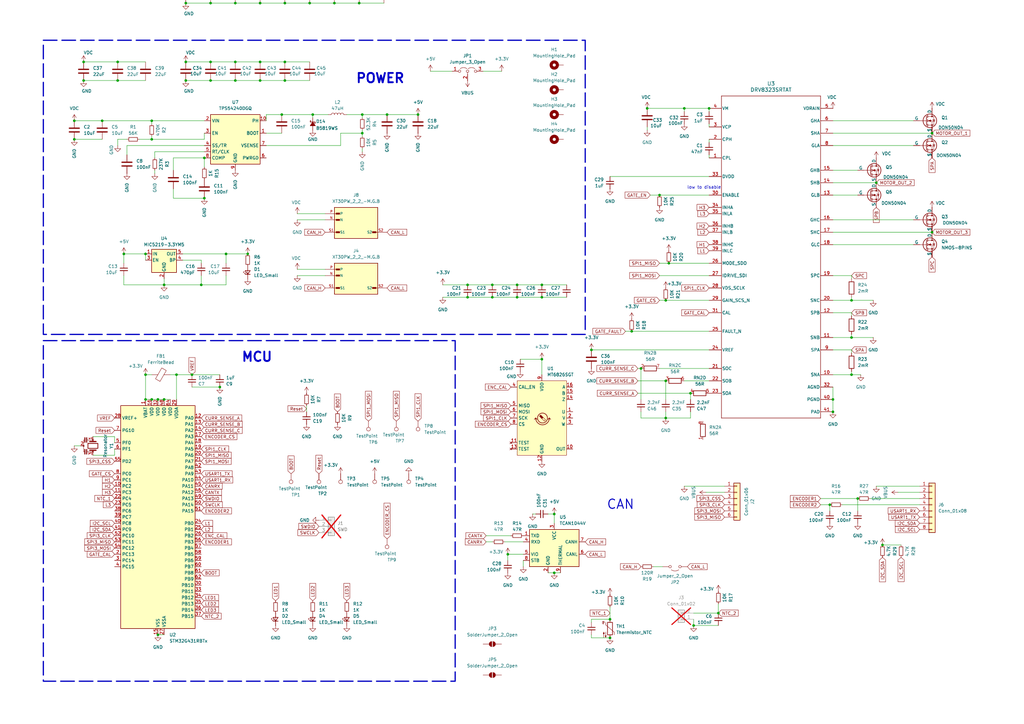
<source format=kicad_sch>
(kicad_sch (version 20250114) (generator "eeschema") (generator_version "9.0")
  (paper "A3")
  (title_block (title "FOC Driver Board") (company "Manh Ti"))
  (rectangle (start 17.78 16.51) (end 240.03 137.16) (stroke (width 0.508) (type dash)))
  (rectangle (start 17.78 139.7) (end 186.69 279.4) (stroke (width 0.508) (type dash)))
  (text "Optional capacitors (polymer vs ceramic)" (at 116.078 -35.052 0) (effects (font (size 2.54 2.54) (thickness 0.254) (bold yes))))
  (text "MCU" (at 105.41 146.558 0) (effects (font (size 3.81 3.81) (bold yes))))
  (text "CAN" (at 254.508 207.01 0) (effects (font (size 3.81 3.81) (thickness 0.4) (bold yes))))
  (text "POWER\n" (at 155.956 32.258 0) (effects (font (size 3.81 3.81) (bold yes))))
  (text "low to disable" (at 288.798 76.962 0) (effects (font (size 1.27 1.27))))
  (junction (at 101.6 104.14))
  (junction (at 59.69 153.67))
  (junction (at 76.2 1.27))
  (junction (at 259.08 135.89))
  (junction (at 128.27 46.99))
  (junction (at 349.25 123.19))
  (junction (at 158.75 46.99))
  (junction (at 227.33 210.82))
  (junction (at 30.48 57.15))
  (junction (at 48.26 25.4))
  (junction (at 34.29 25.4))
  (junction (at 382.27 95.25))
  (junction (at 212.09 116.84))
  (junction (at 212.09 121.92))
  (junction (at 86.36 1.27))
  (junction (at 86.36 33.02))
  (junction (at 86.36 -6.35))
  (junction (at 349.25 138.43))
  (junction (at 290.83 44.45))
  (junction (at 96.52 -17.78))
  (junction (at 96.52 25.4))
  (junction (at 76.2 33.02))
  (junction (at 92.71 104.14))
  (junction (at 127 -6.35))
  (junction (at 72.39 153.67))
  (junction (at 208.28 227.33))
  (junction (at 148.59 54.61))
  (junction (at 76.2 25.4))
  (junction (at 86.36 25.4))
  (junction (at 137.16 -6.35))
  (junction (at 274.32 107.95))
  (junction (at 90.17 158.75))
  (junction (at 361.95 223.52))
  (junction (at 148.59 46.99))
  (junction (at 191.77 121.92))
  (junction (at 250.19 261.62))
  (junction (at 382.27 54.61))
  (junction (at 106.68 25.4))
  (junction (at 48.26 33.02))
  (junction (at 201.93 116.84))
  (junction (at 171.45 46.99))
  (junction (at 191.77 116.84))
  (junction (at 62.23 49.53))
  (junction (at 30.48 49.53))
  (junction (at 127 1.27))
  (junction (at 273.05 171.45))
  (junction (at 116.84 33.02))
  (junction (at 349.25 153.67))
  (junction (at 96.52 33.02))
  (junction (at 83.82 64.77))
  (junction (at 359.41 74.93))
  (junction (at 222.25 121.92))
  (junction (at 67.31 163.83))
  (junction (at 262.89 151.13))
  (junction (at 50.8 104.14))
  (junction (at 96.52 -25.4))
  (junction (at 147.32 -6.35))
  (junction (at 116.84 -25.4))
  (junction (at 106.68 -6.35))
  (junction (at 273.05 156.21))
  (junction (at 82.55 116.84))
  (junction (at 280.67 44.45))
  (junction (at 34.29 33.02))
  (junction (at 116.84 25.4))
  (junction (at 227.33 234.95))
  (junction (at 340.36 207.01))
  (junction (at 283.21 161.29))
  (junction (at 59.69 104.14))
  (junction (at 242.57 143.51))
  (junction (at 294.64 251.46))
  (junction (at 62.23 57.15))
  (junction (at 351.79 204.47))
  (junction (at 201.93 121.92))
  (junction (at 115.57 46.99))
  (junction (at 116.84 -17.78))
  (junction (at 147.32 1.27))
  (junction (at 96.52 -6.35))
  (junction (at 59.69 163.83))
  (junction (at 62.23 163.83))
  (junction (at 270.51 80.01))
  (junction (at 64.77 163.83))
  (junction (at 222.25 147.32))
  (junction (at 265.43 44.45))
  (junction (at 284.48 256.54))
  (junction (at 341.63 168.91))
  (junction (at 137.16 1.27))
  (junction (at 106.68 1.27))
  (junction (at 83.82 81.28))
  (junction (at 116.84 1.27))
  (junction (at 41.91 49.53))
  (junction (at 222.25 116.84))
  (junction (at 96.52 1.27))
  (junction (at 116.84 -6.35))
  (junction (at 273.05 123.19))
  (junction (at 250.19 254))
  (junction (at 64.77 260.35))
  (junction (at 76.2 -6.35))
  (junction (at 67.31 116.84))
  (junction (at 341.63 163.83))
  (junction (at 78.74 153.67))
  (junction (at 106.68 33.02))
  (wire (pts (xy 50.8 116.84) (xy 67.31 116.84)))
  (wire (pts (xy 38.1 179.07) (xy 46.99 179.07)))
  (wire (pts (xy 78.74 158.75) (xy 90.17 158.75)))
  (wire (pts (xy 261.62 161.29) (xy 283.21 161.29)))
  (wire (pts (xy 86.36 33.02) (xy 96.52 33.02)))
  (wire (pts (xy 83.82 54.61) (xy 83.82 57.15)))
  (wire (pts (xy 106.68 1.27) (xy 116.84 1.27)))
  (wire (pts (xy 261.62 151.13) (xy 262.89 151.13)))
  (wire (pts (xy 137.16 1.27) (xy 147.32 1.27)))
  (wire (pts (xy 116.84 33.02) (xy 127 33.02)))
  (wire (pts (xy 74.93 106.68) (xy 82.55 106.68)))
  (wire (pts (xy 48.26 59.69) (xy 48.26 57.15)))
  (wire (pts (xy 222.25 121.92) (xy 232.41 121.92)))
  (wire (pts (xy 71.12 81.28) (xy 83.82 81.28)))
  (wire (pts (xy 59.69 163.83) (xy 62.23 163.83)))
  (wire (pts (xy 227.33 210.82) (xy 227.33 214.63)))
  (wire (pts (xy 341.63 54.61) (xy 382.27 54.61)))
  (wire (pts (xy 284.48 254) (xy 284.48 256.54)))
  (wire (pts (xy 359.41 199.39) (xy 377.19 199.39)))
  (wire (pts (xy 30.48 57.15) (xy 41.91 57.15)))
  (wire (pts (xy 48.26 25.4) (xy 59.69 25.4)))
  (wire (pts (xy 242.57 143.51) (xy 290.83 143.51)))
  (wire (pts (xy 222.25 116.84) (xy 232.41 116.84)))
  (wire (pts (xy 57.15 57.15) (xy 62.23 57.15)))
  (wire (pts (xy 280.67 44.45) (xy 290.83 44.45)))
  (wire (pts (xy 242.57 260.35) (xy 242.57 261.62)))
  (wire (pts (xy 116.84 1.27) (xy 127 1.27)))
  (wire (pts (xy 290.83 50.8) (xy 290.83 52.07)))
  (wire (pts (xy 266.7 80.01) (xy 270.51 80.01)))
  (wire (pts (xy 349.25 113.03) (xy 349.25 114.3)))
  (wire (pts (xy 340.36 207.01) (xy 340.36 209.55)))
  (wire (pts (xy 121.92 87.63) (xy 133.35 87.63)))
  (wire (pts (xy 52.07 59.69) (xy 83.82 59.69)))
  (wire (pts (xy 265.43 44.45) (xy 280.67 44.45)))
  (wire (pts (xy 76.2 -6.35) (xy 86.36 -6.35)))
  (wire (pts (xy 76.2 33.02) (xy 86.36 33.02)))
  (wire (pts (xy 72.39 153.67) (xy 78.74 153.67)))
  (wire (pts (xy 69.85 153.67) (xy 72.39 153.67)))
  (wire (pts (xy 242.57 254) (xy 250.19 254)))
  (wire (pts (xy 142.24 46.99) (xy 148.59 46.99)))
  (wire (pts (xy 82.55 107.95) (xy 82.55 106.68)))
  (wire (pts (xy 218.44 210.82) (xy 219.71 210.82)))
  (wire (pts (xy 341.63 100.33) (xy 374.65 100.33)))
  (wire (pts (xy 273.05 156.21) (xy 273.05 163.83)))
  (wire (pts (xy 76.2 -17.78) (xy 96.52 -17.78)))
  (wire (pts (xy 341.63 158.75) (xy 341.63 163.83)))
  (wire (pts (xy 259.08 135.89) (xy 290.83 135.89)))
  (wire (pts (xy 341.63 90.17) (xy 374.65 90.17)))
  (wire (pts (xy 62.23 57.15) (xy 83.82 57.15)))
  (wire (pts (xy 262.89 171.45) (xy 262.89 168.91)))
  (wire (pts (xy 67.31 116.84) (xy 82.55 116.84)))
  (wire (pts (xy 256.54 135.89) (xy 259.08 135.89)))
  (wire (pts (xy 341.63 153.67) (xy 349.25 153.67)))
  (wire (pts (xy 341.63 49.53) (xy 374.65 49.53)))
  (wire (pts (xy 250.19 248.92) (xy 250.19 254)))
  (wire (pts (xy 34.29 33.02) (xy 48.26 33.02)))
  (wire (pts (xy 341.63 80.01) (xy 351.79 80.01)))
  (wire (pts (xy 290.83 44.45) (xy 290.83 45.72)))
  (wire (pts (xy 148.59 53.34) (xy 148.59 54.61)))
  (wire (pts (xy 74.93 104.14) (xy 92.71 104.14)))
  (wire (pts (xy 34.29 25.4) (xy 48.26 25.4)))
  (wire (pts (xy 121.92 110.49) (xy 133.35 110.49)))
  (wire (pts (xy 341.63 128.27) (xy 349.25 128.27)))
  (wire (pts (xy 116.84 -17.78) (xy 137.16 -17.78)))
  (wire (pts (xy 270.51 80.01) (xy 290.83 80.01)))
  (wire (pts (xy 341.63 143.51) (xy 349.25 143.51)))
  (wire (pts (xy 294.64 247.65) (xy 294.64 251.46)))
  (wire (pts (xy 212.09 116.84) (xy 222.25 116.84)))
  (wire (pts (xy 128.27 46.99) (xy 134.62 46.99)))
  (wire (pts (xy 125.73 168.91) (xy 125.73 166.37)))
  (wire (pts (xy 76.2 -25.4) (xy 96.52 -25.4)))
  (wire (pts (xy 50.8 104.14) (xy 59.69 104.14)))
  (wire (pts (xy 284.48 251.46) (xy 294.64 251.46)))
  (wire (pts (xy 294.64 256.54) (xy 284.48 256.54)))
  (wire (pts (xy 46.99 184.15) (xy 46.99 186.69)))
  (wire (pts (xy 341.63 123.19) (xy 349.25 123.19)))
  (wire (pts (xy 147.32 -6.35) (xy 157.48 -6.35)))
  (wire (pts (xy 139.7 54.61) (xy 148.59 54.61)))
  (wire (pts (xy 62.23 50.8) (xy 62.23 49.53)))
  (wire (pts (xy 59.69 153.67) (xy 62.23 153.67)))
  (wire (pts (xy 353.06 153.67) (xy 349.25 153.67)))
  (wire (pts (xy 227.33 234.95) (xy 229.87 234.95)))
  (wire (pts (xy 148.59 48.26) (xy 148.59 46.99)))
  (wire (pts (xy 349.25 128.27) (xy 349.25 129.54)))
  (wire (pts (xy 86.36 25.4) (xy 96.52 25.4)))
  (wire (pts (xy 50.8 113.03) (xy 50.8 116.84)))
  (wire (pts (xy 283.21 161.29) (xy 283.21 163.83)))
  (wire (pts (xy 341.63 59.69) (xy 374.65 59.69)))
  (wire (pts (xy 59.69 153.67) (xy 59.69 163.83)))
  (wire (pts (xy 139.7 59.69) (xy 139.7 54.61)))
  (wire (pts (xy 273.05 171.45) (xy 283.21 171.45)))
  (wire (pts (xy 62.23 163.83) (xy 64.77 163.83)))
  (wire (pts (xy 50.8 107.95) (xy 50.8 104.14)))
  (wire (pts (xy 76.2 1.27) (xy 86.36 1.27)))
  (wire (pts (xy 41.91 49.53) (xy 62.23 49.53)))
  (wire (pts (xy 116.84 25.4) (xy 127 25.4)))
  (wire (pts (xy 82.55 116.84) (xy 92.71 116.84)))
  (wire (pts (xy 181.61 116.84) (xy 191.77 116.84)))
  (wire (pts (xy 270.51 151.13) (xy 290.83 151.13)))
  (wire (pts (xy 191.77 116.84) (xy 201.93 116.84)))
  (wire (pts (xy 67.31 114.3) (xy 67.31 116.84)))
  (wire (pts (xy 274.32 107.95) (xy 270.51 107.95)))
  (wire (pts (xy 336.55 207.01) (xy 340.36 207.01)))
  (wire (pts (xy 356.87 204.47) (xy 377.19 204.47)))
  (wire (pts (xy 214.63 232.41) (xy 214.63 229.87)))
  (wire (pts (xy 116.84 -6.35) (xy 127 -6.35)))
  (wire (pts (xy 92.71 104.14) (xy 92.71 107.95)))
  (wire (pts (xy 280.67 44.45) (xy 280.67 45.72)))
  (wire (pts (xy 76.2 25.4) (xy 86.36 25.4)))
  (wire (pts (xy 224.79 234.95) (xy 227.33 234.95)))
  (wire (pts (xy 270.51 113.03) (xy 290.83 113.03)))
  (wire (pts (xy 341.63 74.93) (xy 359.41 74.93)))
  (wire (pts (xy 290.83 107.95) (xy 274.32 107.95)))
  (wire (pts (xy 208.28 229.87) (xy 208.28 227.33)))
  (wire (pts (xy 109.22 46.99) (xy 115.57 46.99)))
  (wire (pts (xy 262.89 171.45) (xy 273.05 171.45)))
  (wire (pts (xy 250.19 72.39) (xy 290.83 72.39)))
  (wire (pts (xy 96.52 33.02) (xy 106.68 33.02)))
  (wire (pts (xy 38.1 186.69) (xy 46.99 186.69)))
  (wire (pts (xy 341.63 95.25) (xy 382.27 95.25)))
  (wire (pts (xy 30.48 49.53) (xy 41.91 49.53)))
  (wire (pts (xy 59.69 104.14) (xy 59.69 106.68)))
  (wire (pts (xy 361.95 223.52) (xy 369.57 223.52)))
  (wire (pts (xy 198.12 29.21) (xy 205.74 29.21)))
  (wire (pts (xy 349.25 138.43) (xy 349.25 137.16)))
  (wire (pts (xy 82.55 113.03) (xy 82.55 116.84)))
  (wire (pts (xy 351.79 209.55) (xy 351.79 204.47)))
  (wire (pts (xy 201.93 121.92) (xy 212.09 121.92)))
  (wire (pts (xy 336.55 204.47) (xy 351.79 204.47)))
  (wire (pts (xy 46.99 181.61) (xy 46.99 179.07)))
  (wire (pts (xy 148.59 46.99) (xy 158.75 46.99)))
  (wire (pts (xy 137.16 -6.35) (xy 147.32 -6.35)))
  (wire (pts (xy 92.71 104.14) (xy 101.6 104.14)))
  (wire (pts (xy 224.79 210.82) (xy 227.33 210.82)))
  (wire (pts (xy 71.12 69.85) (xy 71.12 64.77)))
  (wire (pts (xy 280.67 156.21) (xy 290.83 156.21)))
  (wire (pts (xy 121.92 90.17) (xy 133.35 90.17)))
  (wire (pts (xy 208.28 227.33) (xy 214.63 227.33)))
  (wire (pts (xy 96.52 -6.35) (xy 106.68 -6.35)))
  (wire (pts (xy 109.22 49.53) (xy 109.22 46.99)))
  (wire (pts (xy 191.77 121.92) (xy 201.93 121.92)))
  (wire (pts (xy 30.48 182.88) (xy 33.02 182.88)))
  (wire (pts (xy 63.5 62.23) (xy 63.5 64.77)))
  (wire (pts (xy 358.14 138.43) (xy 349.25 138.43)))
  (wire (pts (xy 222.25 147.32) (xy 222.25 153.67)))
  (wire (pts (xy 64.77 163.83) (xy 67.31 163.83)))
  (wire (pts (xy 290.83 63.5) (xy 290.83 64.77)))
  (wire (pts (xy 283.21 171.45) (xy 283.21 168.91)))
  (wire (pts (xy 262.89 151.13) (xy 262.89 163.83)))
  (wire (pts (xy 273.05 171.45) (xy 273.05 168.91)))
  (wire (pts (xy 92.71 113.03) (xy 92.71 116.84)))
  (wire (pts (xy 106.68 -6.35) (xy 116.84 -6.35)))
  (wire (pts (xy 270.51 123.19) (xy 273.05 123.19)))
  (wire (pts (xy 64.77 260.35) (xy 67.31 260.35)))
  (wire (pts (xy 147.32 1.27) (xy 157.48 1.27)))
  (wire (pts (xy 72.39 153.67) (xy 72.39 163.83)))
  (wire (pts (xy 280.67 199.39) (xy 297.18 199.39)))
  (wire (pts (xy 290.83 57.15) (xy 290.83 58.42)))
  (wire (pts (xy 96.52 1.27) (xy 106.68 1.27)))
  (wire (pts (xy 96.52 -17.78) (xy 116.84 -17.78)))
  (wire (pts (xy 96.52 -25.4) (xy 116.84 -25.4)))
  (wire (pts (xy 345.44 207.01) (xy 377.19 207.01)))
  (wire (pts (xy 176.53 29.21) (xy 185.42 29.21)))
  (wire (pts (xy 48.26 57.15) (xy 52.07 57.15)))
  (wire (pts (xy 78.74 153.67) (xy 90.17 153.67)))
  (wire (pts (xy 62.23 49.53) (xy 83.82 49.53)))
  (wire (pts (xy 181.61 121.92) (xy 191.77 121.92)))
  (wire (pts (xy 242.57 261.62) (xy 250.19 261.62)))
  (wire (pts (xy 207.01 222.25) (xy 214.63 222.25)))
  (wire (pts (xy 242.57 255.27) (xy 242.57 254)))
  (wire (pts (xy 341.63 138.43) (xy 349.25 138.43)))
  (wire (pts (xy 52.07 63.5) (xy 52.07 59.69)))
  (wire (pts (xy 212.09 121.92) (xy 222.25 121.92)))
  (wire (pts (xy 106.68 33.02) (xy 116.84 33.02)))
  (wire (pts (xy 128.27 48.26) (xy 128.27 46.99)))
  (wire (pts (xy 96.52 25.4) (xy 106.68 25.4)))
  (wire (pts (xy 358.14 123.19) (xy 349.25 123.19)))
  (wire (pts (xy 115.57 46.99) (xy 128.27 46.99)))
  (wire (pts (xy 349.25 153.67) (xy 349.25 152.4)))
  (wire (pts (xy 121.92 113.03) (xy 133.35 113.03)))
  (wire (pts (xy 71.12 64.77) (xy 83.82 64.77)))
  (wire (pts (xy 106.68 25.4) (xy 116.84 25.4)))
  (wire (pts (xy 201.93 116.84) (xy 212.09 116.84)))
  (wire (pts (xy 289.56 201.93) (xy 297.18 201.93)))
  (wire (pts (xy 109.22 54.61) (xy 115.57 54.61)))
  (wire (pts (xy 48.26 33.02) (xy 59.69 33.02)))
  (wire (pts (xy 368.3 201.93) (xy 377.19 201.93)))
  (wire (pts (xy 148.59 54.61) (xy 148.59 55.88)))
  (wire (pts (xy 83.82 62.23) (xy 63.5 62.23)))
  (wire (pts (xy 86.36 -6.35) (xy 96.52 -6.35)))
  (wire (pts (xy 127 -6.35) (xy 137.16 -6.35)))
  (wire (pts (xy 67.31 163.83) (xy 69.85 163.83)))
  (wire (pts (xy 271.78 232.41) (xy 267.97 232.41)))
  (wire (pts (xy 341.63 163.83) (xy 341.63 168.91)))
  (wire (pts (xy 199.39 219.71) (xy 209.55 219.71)))
  (wire (pts (xy 86.36 1.27) (xy 96.52 1.27)))
  (wire (pts (xy 349.25 123.19) (xy 349.25 121.92)))
  (wire (pts (xy 261.62 156.21) (xy 273.05 156.21)))
  (wire (pts (xy 213.36 147.32) (xy 222.25 147.32)))
  (wire (pts (xy 273.05 123.19) (xy 290.83 123.19)))
  (wire (pts (xy 127 1.27) (xy 137.16 1.27)))
  (wire (pts (xy 83.82 64.77) (xy 83.82 68.58)))
  (wire (pts (xy 199.39 222.25) (xy 201.93 222.25)))
  (wire (pts (xy 349.25 143.51) (xy 349.25 144.78)))
  (wire (pts (xy 109.22 59.69) (xy 139.7 59.69)))
  (wire (pts (xy 116.84 -25.4) (xy 137.16 -25.4)))
  (wire (pts (xy 62.23 57.15) (xy 62.23 55.88)))
  (wire (pts (xy 341.63 113.03) (xy 349.25 113.03)))
  (wire (pts (xy 158.75 46.99) (xy 171.45 46.99)))
  (wire (pts (xy 71.12 77.47) (xy 71.12 81.28)))
  (wire (pts (xy 265.43 52.07) (xy 265.43 53.34)))
  (wire (pts (xy 63.5 69.85) (xy 63.5 71.12)))
  (wire (pts (xy 341.63 69.85) (xy 351.79 69.85)))
  (wire (pts (xy 148.59 62.23) (xy 148.59 60.96)))
  (global_label "LED1" (shape input) (at 82.55 245.11 0) (property "Intersheetrefs" "${INTERSHEET_REFS}" (effects (hide yes))))
  (global_label "CAN_H" (shape input) (at 133.35 118.11 180) (property "Intersheetrefs" "${INTERSHEET_REFS}" (effects (hide yes))))
  (global_label "SPI3_CSS" (shape input) (at 297.18 204.47 180) (property "Intersheetrefs" "${INTERSHEET_REFS}" (effects (hide yes))))
  (global_label "ENCODER1" (shape input) (at 336.55 204.47 180) (property "Intersheetrefs" "${INTERSHEET_REFS}" (effects (hide yes))))
  (global_label "SPI1_MOSI" (shape input) (at 270.51 113.03 180) (property "Intersheetrefs" "${INTERSHEET_REFS}" (effects (hide yes))))
  (global_label "USART1_TX" (shape input) (at 377.19 212.09 180) (property "Intersheetrefs" "${INTERSHEET_REFS}" (effects (hide yes))))
  (global_label "SPI1_CLK" (shape input) (at 82.55 184.15 0) (property "Intersheetrefs" "${INTERSHEET_REFS}" (effects (hide yes))))
  (global_label "I2C_SDA" (shape input) (at 377.19 214.63 180) (property "Intersheetrefs" "${INTERSHEET_REFS}" (effects (hide yes))))
  (global_label "SPI3_MISO" (shape input) (at 297.18 212.09 180) (property "Intersheetrefs" "${INTERSHEET_REFS}" (effects (hide yes))))
  (global_label "SPC" (shape input) (at 382.27 105.41 270) (property "Intersheetrefs" "${INTERSHEET_REFS}" (effects (hide yes))))
  (global_label "L2" (shape input) (at 82.55 217.17 0) (property "Intersheetrefs" "${INTERSHEET_REFS}" (effects (hide yes))))
  (global_label "CANRX" (shape input) (at 199.39 222.25 180) (property "Intersheetrefs" "${INTERSHEET_REFS}" (effects (hide yes))))
  (global_label "NTC_2" (shape input) (at 82.55 252.73 0) (property "Intersheetrefs" "${INTERSHEET_REFS}" (effects (hide yes))))
  (global_label "SPI1_MOSI" (shape input) (at 151.13 172.72 90) (property "Intersheetrefs" "${INTERSHEET_REFS}" (effects (hide yes))))
  (global_label "CAN_L" (shape input) (at 240.03 227.33 0) (property "Intersheetrefs" "${INTERSHEET_REFS}" (effects (hide yes))))
  (global_label "VREF" (shape input) (at 78.74 153.67 90) (property "Intersheetrefs" "${INTERSHEET_REFS}" (effects (hide yes))))
  (global_label "L3" (shape input) (at 46.99 207.01 180) (property "Intersheetrefs" "${INTERSHEET_REFS}" (effects (hide yes))))
  (global_label "L2" (shape input) (at 290.83 95.25 180) (property "Intersheetrefs" "${INTERSHEET_REFS}" (effects (hide yes))))
  (global_label "GATE_CAL" (shape input) (at 46.99 227.33 180) (property "Intersheetrefs" "${INTERSHEET_REFS}" (effects (hide yes))))
  (global_label "NTC_1" (shape input) (at 250.19 251.46 180) (property "Intersheetrefs" "${INTERSHEET_REFS}" (effects (hide yes))))
  (global_label "MOTOR_OUT_1" (shape input) (at 382.27 54.61 0) (property "Intersheetrefs" "${INTERSHEET_REFS}" (effects (hide yes))))
  (global_label "L1" (shape input) (at 290.83 102.87 180) (property "Intersheetrefs" "${INTERSHEET_REFS}" (effects (hide yes))))
  (global_label "SPA" (shape input) (at 349.25 143.51 0) (property "Intersheetrefs" "${INTERSHEET_REFS}" (effects (hide yes))))
  (global_label "SWDIO" (shape input) (at 130.81 215.9 180) (property "Intersheetrefs" "${INTERSHEET_REFS}" (effects (hide yes))))
  (global_label "ENCODER_CS" (shape input) (at 209.55 173.99 180) (property "Intersheetrefs" "${INTERSHEET_REFS}" (effects (hide yes))))
  (global_label "ENCODER2" (shape input) (at 82.55 209.55 0) (property "Intersheetrefs" "${INTERSHEET_REFS}" (effects (hide yes))))
  (global_label "H3" (shape input) (at 46.99 201.93 180) (property "Intersheetrefs" "${INTERSHEET_REFS}" (effects (hide yes))))
  (global_label "H1" (shape input) (at 290.83 100.33 180) (property "Intersheetrefs" "${INTERSHEET_REFS}" (effects (hide yes))))
  (global_label "SWDIO" (shape input) (at 82.55 204.47 0) (property "Intersheetrefs" "${INTERSHEET_REFS}" (effects (hide yes))))
  (global_label "CURR_SENSE_C" (shape input) (at 82.55 176.53 0) (property "Intersheetrefs" "${INTERSHEET_REFS}" (effects (hide yes))))
  (global_label "ENCODER_CS" (shape input) (at 82.55 179.07 0) (property "Intersheetrefs" "${INTERSHEET_REFS}" (effects (hide yes))))
  (global_label "BOOT" (shape input) (at 82.55 234.95 0) (property "Intersheetrefs" "${INTERSHEET_REFS}" (effects (hide yes))))
  (global_label "CURR_SENSE_C" (shape input) (at 261.62 151.13 180) (property "Intersheetrefs" "${INTERSHEET_REFS}" (effects (hide yes))))
  (global_label "GATE_CS" (shape input) (at 270.51 123.19 180) (property "Intersheetrefs" "${INTERSHEET_REFS}" (effects (hide yes))))
  (global_label "CURR_SENSE_A" (shape input) (at 82.55 171.45 0) (property "Intersheetrefs" "${INTERSHEET_REFS}" (effects (hide yes))))
  (global_label "ENCODER1" (shape input) (at 82.55 222.25 0) (property "Intersheetrefs" "${INTERSHEET_REFS}" (effects (hide yes))))
  (global_label "CURR_SENSE_B" (shape input) (at 261.62 156.21 180) (property "Intersheetrefs" "${INTERSHEET_REFS}" (effects (hide yes))))
  (global_label "SPI1_CLK" (shape input) (at 209.55 171.45 180) (property "Intersheetrefs" "${INTERSHEET_REFS}" (effects (hide yes))))
  (global_label "SPI3_CLK" (shape input) (at 297.18 207.01 180) (property "Intersheetrefs" "${INTERSHEET_REFS}" (effects (hide yes))))
  (global_label "LED1" (shape input) (at 113.03 246.38 90) (property "Intersheetrefs" "${INTERSHEET_REFS}" (effects (hide yes))))
  (global_label "SPI3_MISO" (shape input) (at 46.99 222.25 180) (property "Intersheetrefs" "${INTERSHEET_REFS}" (effects (hide yes))))
  (global_label "USART1_RX" (shape input) (at 82.55 196.85 0) (property "Intersheetrefs" "${INTERSHEET_REFS}" (effects (hide yes))))
  (global_label "GATE_FAULT" (shape input) (at 256.54 135.89 180) (property "Intersheetrefs" "${INTERSHEET_REFS}" (effects (hide yes))))
  (global_label "H1" (shape input) (at 46.99 196.85 180) (property "Intersheetrefs" "${INTERSHEET_REFS}" (effects (hide yes))))
  (global_label "CAN_H" (shape input) (at 133.35 95.25 180) (property "Intersheetrefs" "${INTERSHEET_REFS}" (effects (hide yes))))
  (global_label "SPI1_MISO" (shape input) (at 209.55 166.37 180) (property "Intersheetrefs" "${INTERSHEET_REFS}" (effects (hide yes))))
  (global_label "Reset" (shape input) (at 125.73 167.64 180) (property "Intersheetrefs" "${INTERSHEET_REFS}" (effects (hide yes))))
  (global_label "SWCLK" (shape input) (at 82.55 207.01 0) (property "Intersheetrefs" "${INTERSHEET_REFS}" (effects (hide yes))))
  (global_label "ENCODER2" (shape input) (at 336.55 207.01 180) (property "Intersheetrefs" "${INTERSHEET_REFS}" (effects (hide yes))))
  (global_label "CURR_SENSE_A" (shape input) (at 261.62 161.29 180) (property "Intersheetrefs" "${INTERSHEET_REFS}" (effects (hide yes))))
  (global_label "Reset" (shape input) (at 130.81 194.31 90) (property "Intersheetrefs" "${INTERSHEET_REFS}" (effects (hide yes))))
  (global_label "CAN_L" (shape input) (at 158.75 95.25 0) (property "Intersheetrefs" "${INTERSHEET_REFS}" (effects (hide yes))))
  (global_label "CANRX" (shape input) (at 82.55 199.39 0) (property "Intersheetrefs" "${INTERSHEET_REFS}" (effects (hide yes))))
  (global_label "SPI3_MOSI" (shape input) (at 297.18 209.55 180) (property "Intersheetrefs" "${INTERSHEET_REFS}" (effects (hide yes))))
  (global_label "ENC_CAL" (shape input) (at 82.55 219.71 0) (property "Intersheetrefs" "${INTERSHEET_REFS}" (effects (hide yes))))
  (global_label "CANTX" (shape input) (at 199.39 219.71 180) (property "Intersheetrefs" "${INTERSHEET_REFS}" (effects (hide yes))))
  (global_label "SPB" (shape input) (at 349.25 128.27 0) (property "Intersheetrefs" "${INTERSHEET_REFS}" (effects (hide yes))))
  (global_label "LED3" (shape input) (at 82.55 250.19 0) (property "Intersheetrefs" "${INTERSHEET_REFS}" (effects (hide yes))))
  (global_label "SPC" (shape input) (at 349.25 113.03 0) (property "Intersheetrefs" "${INTERSHEET_REFS}" (effects (hide yes))))
  (global_label "H2" (shape input) (at 290.83 92.71 180) (property "Intersheetrefs" "${INTERSHEET_REFS}" (effects (hide yes))))
  (global_label "I2C_SCL" (shape input) (at 377.19 217.17 180) (property "Intersheetrefs" "${INTERSHEET_REFS}" (effects (hide yes))))
  (global_label "MOTOR_OUT_2" (shape input) (at 359.41 74.93 0) (property "Intersheetrefs" "${INTERSHEET_REFS}" (effects (hide yes))))
  (global_label "SPI1_MISO" (shape input) (at 270.51 107.95 180) (property "Intersheetrefs" "${INTERSHEET_REFS}" (effects (hide yes))))
  (global_label "BOOT" (shape input) (at 138.43 168.91 90) (property "Intersheetrefs" "${INTERSHEET_REFS}" (effects (hide yes))))
  (global_label "USART1_TX" (shape input) (at 82.55 194.31 0) (property "Intersheetrefs" "${INTERSHEET_REFS}" (effects (hide yes))))
  (global_label "SPI1_CLK" (shape input) (at 171.45 172.72 90) (property "Intersheetrefs" "${INTERSHEET_REFS}" (effects (hide yes))))
  (global_label "SWCLK" (shape input) (at 130.81 218.44 180) (property "Intersheetrefs" "${INTERSHEET_REFS}" (effects (hide yes))))
  (global_label "SPA" (shape input) (at 382.27 64.77 270) (property "Intersheetrefs" "${INTERSHEET_REFS}" (effects (hide yes))))
  (global_label "SPI3_MOSI" (shape input) (at 46.99 224.79 180) (property "Intersheetrefs" "${INTERSHEET_REFS}" (effects (hide yes))))
  (global_label "CAN_H" (shape input) (at 240.03 222.25 0) (property "Intersheetrefs" "${INTERSHEET_REFS}" (effects (hide yes))))
  (global_label "MOTOR_OUT_3" (shape input) (at 382.27 95.25 0) (property "Intersheetrefs" "${INTERSHEET_REFS}" (effects (hide yes))))
  (global_label "SPI3_CLK" (shape input) (at 46.99 219.71 180) (property "Intersheetrefs" "${INTERSHEET_REFS}" (effects (hide yes))))
  (global_label "GATE_EN" (shape input) (at 266.7 80.01 180) (property "Intersheetrefs" "${INTERSHEET_REFS}" (effects (hide yes))))
  (global_label "L1" (shape input) (at 82.55 214.63 0) (property "Intersheetrefs" "${INTERSHEET_REFS}" (effects (hide yes))))
  (global_label "NTC_2" (shape input) (at 294.64 251.46 0) (property "Intersheetrefs" "${INTERSHEET_REFS}" (effects (hide yes))))
  (global_label "I2C_SCL" (shape input) (at 46.99 214.63 180) (property "Intersheetrefs" "${INTERSHEET_REFS}" (effects (hide yes))))
  (global_label "H2" (shape input) (at 46.99 199.39 180) (property "Intersheetrefs" "${INTERSHEET_REFS}" (effects (hide yes))))
  (global_label "SPI1_CLK" (shape input) (at 290.83 118.11 180) (property "Intersheetrefs" "${INTERSHEET_REFS}" (effects (hide yes))))
  (global_label "L3" (shape input) (at 290.83 87.63 180) (property "Intersheetrefs" "${INTERSHEET_REFS}" (effects (hide yes))))
  (global_label "CAN_L" (shape input) (at 158.75 118.11 0) (property "Intersheetrefs" "${INTERSHEET_REFS}" (effects (hide yes))))
  (global_label "SPB" (shape input) (at 359.41 85.09 270) (property "Intersheetrefs" "${INTERSHEET_REFS}" (effects (hide yes))))
  (global_label "NTC_1" (shape input) (at 46.99 204.47 180) (property "Intersheetrefs" "${INTERSHEET_REFS}" (effects (hide yes))))
  (global_label "SPI1_MISO" (shape input) (at 162.56 172.72 90) (property "Intersheetrefs" "${INTERSHEET_REFS}" (effects (hide yes))))
  (global_label "CANTX" (shape input) (at 82.55 201.93 0) (property "Intersheetrefs" "${INTERSHEET_REFS}" (effects (hide yes))))
  (global_label "LED2" (shape input) (at 82.55 247.65 0) (property "Intersheetrefs" "${INTERSHEET_REFS}" (effects (hide yes))))
  (global_label "ENCODER_CS" (shape input) (at 158.75 220.98 90) (property "Intersheetrefs" "${INTERSHEET_REFS}" (effects (hide yes))))
  (global_label "LED3" (shape input) (at 142.24 246.38 90) (property "Intersheetrefs" "${INTERSHEET_REFS}" (effects (hide yes))))
  (global_label "ENC_CAL" (shape input) (at 209.55 158.75 180) (property "Intersheetrefs" "${INTERSHEET_REFS}" (effects (hide yes))))
  (global_label "SPI3_CSS" (shape input) (at 46.99 189.23 180) (property "Intersheetrefs" "${INTERSHEET_REFS}" (effects (hide yes))))
  (global_label "SPI1_MOSI" (shape input) (at 82.55 189.23 0) (property "Intersheetrefs" "${INTERSHEET_REFS}" (effects (hide yes))))
  (global_label "SPI1_MOSI" (shape input) (at 209.55 168.91 180) (property "Intersheetrefs" "${INTERSHEET_REFS}" (effects (hide yes))))
  (global_label "BOOT" (shape input) (at 119.38 194.31 90) (property "Intersheetrefs" "${INTERSHEET_REFS}" (effects (hide yes))))
  (global_label "H3" (shape input) (at 290.83 85.09 180) (property "Intersheetrefs" "${INTERSHEET_REFS}" (effects (hide yes))))
  (global_label "SPI1_MISO" (shape input) (at 82.55 186.69 0) (property "Intersheetrefs" "${INTERSHEET_REFS}" (effects (hide yes))))
  (global_label "Reset" (shape input) (at 46.99 176.53 180) (property "Intersheetrefs" "${INTERSHEET_REFS}" (effects (hide yes))))
  (global_label "I2C_SDA" (shape input) (at 46.99 217.17 180) (property "Intersheetrefs" "${INTERSHEET_REFS}" (effects (hide yes))))
  (global_label "I2C_SDA" (shape input) (at 361.95 228.6 270) (property "Intersheetrefs" "${INTERSHEET_REFS}" (effects (hide yes))))
  (global_label "GATE_CAL" (shape input) (at 290.83 128.27 180) (property "Intersheetrefs" "${INTERSHEET_REFS}" (effects (hide yes))))
  (global_label "USART1_RX" (shape input) (at 377.19 209.55 180) (property "Intersheetrefs" "${INTERSHEET_REFS}" (effects (hide yes))))
  (global_label "CAN_H" (shape input) (at 262.89 232.41 180) (property "Intersheetrefs" "${INTERSHEET_REFS}" (effects (hide yes))))
  (global_label "GATE_CS" (shape input) (at 46.99 194.31 180) (property "Intersheetrefs" "${INTERSHEET_REFS}" (effects (hide yes))))
  (global_label "CAN_L" (shape input) (at 281.94 232.41 0) (property "Intersheetrefs" "${INTERSHEET_REFS}" (effects (hide yes))))
  (global_label "CURR_SENSE_B" (shape input) (at 82.55 173.99 0) (property "Intersheetrefs" "${INTERSHEET_REFS}" (effects (hide yes))))
  (global_label "LED2" (shape input) (at 128.27 246.38 90) (property "Intersheetrefs" "${INTERSHEET_REFS}" (effects (hide yes))))
  (global_label "I2C_SCL" (shape input) (at 369.57 228.6 270) (property "Intersheetrefs" "${INTERSHEET_REFS}" (effects (hide yes))))
  (global_label "VREF" (shape input) (at 46.99 171.45 180) (property "Intersheetrefs" "${INTERSHEET_REFS}" (effects (hide yes))))
  (symbol (lib_id "Device:C_Small") (at 212.09 119.38 0) (mirror y) (unit 1)
    (property "Reference" "C24" (at 209.55 118.1162 0) (effects (justify left)))
    (property "Value" "100nF" (at 209.55 120.6562 0) (effects (justify left)))
    (property "Footprint" "Capacitor_SMD:C_0603_1608Metric" (effects (hide yes)))
    (property "Description" "Unpolarized capacitor, small symbol" (effects (hide yes)))
  )
  (symbol (lib_id "Device:C_Small") (at 273.05 166.37 0) (mirror x) (unit 1)
    (property "Reference" "C35" (at 275.59 167.6338 0) (effects (justify left)))
    (property "Value" "2.2nF" (at 275.59 165.0938 0) (effects (justify left)))
    (property "Footprint" "Capacitor_SMD:C_0603_1608Metric" (effects (hide yes)))
    (property "Description" "Unpolarized capacitor, small symbol" (effects (hide yes)))
  )
  (symbol (lib_id "Device:R_Small") (at 148.59 58.42 0) (mirror x) (unit 1)
    (property "Reference" "R5" (at 153.67 58.42 90))
    (property "Value" "10K" (at 151.13 58.42 90))
    (property "Footprint" "Resistor_SMD:R_0603_1608Metric" (effects (hide yes)))
    (property "Description" "Resistor, small symbol" (effects (hide yes)))
  )
  (symbol (lib_id "Device:FerriteBead") (at 66.04 153.67 90) (unit 1)
    (property "Reference" "FB1" (at 65.9892 146.05 90))
    (property "Value" "FerriteBead" (at 65.9892 148.59 90))
    (property "Footprint" "Inductor_SMD:L_0603_1608Metric" (effects (hide yes)))
    (property "Description" "Ferrite bead" (effects (hide yes)))
  )
  (symbol (lib_id "Connector_Generic:Conn_01x02") (at 279.4 254 180) (unit 1) (in_bom no) (dnp yes)
    (property "Reference" "J3" (at 279.4 245.11 0))
    (property "Value" "Conn_01x02" (at 279.4 247.65 0))
    (property "Footprint" "Connector_PinHeader_2.00mm:PinHeader_1x02_P2.00mm_Vertical" (effects (hide yes)))
    (property "Description" "Generic connector, single row, 01x02, script generated (kicad-library-utils/schlib/autogen/connector/)" (effects (hide yes)))
  )
  (symbol (lib_id "power:GND") (at 76.2 33.02 0) (unit 1)
    (property "Reference" "#PWR081" (effects (hide yes)))
    (property "Value" "GND" (at 79.502 37.338 0) (effects (justify right)))
    (property "Description" "Power symbol creates a global label with name \"GND\" , ground" (effects (hide yes)))
  )
  (symbol (lib_id "power:GND") (at 208.28 234.95 0) (unit 1)
    (property "Reference" "#PWR056" (effects (hide yes)))
    (property "Value" "GND" (at 208.28 240.03 0))
    (property "Description" "Power symbol creates a global label with name \"GND\" , ground" (effects (hide yes)))
  )
  (symbol (lib_id "Device:C_Small") (at 290.83 60.96 0) (mirror y) (unit 1)
    (property "Reference" "C1" (at 288.29 59.6962 0) (effects (justify left)))
    (property "Value" "47nF" (at 288.29 62.2362 0) (effects (justify left)))
    (property "Footprint" "Capacitor_SMD:C_0603_1608Metric" (effects (hide yes)))
    (property "Description" "Unpolarized capacitor, small symbol" (effects (hide yes)))
  )
  (symbol (lib_id "power:GND") (at 222.25 189.23 0) (unit 1)
    (property "Reference" "#PWR018" (effects (hide yes)))
    (property "Value" "GND" (at 222.25 194.31 0))
    (property "Description" "Power symbol creates a global label with name \"GND\" , ground" (effects (hide yes)))
  )
  (symbol (lib_id "power:GND") (at 242.57 151.13 0) (unit 1)
    (property "Reference" "#PWR078" (effects (hide yes)))
    (property "Value" "GND" (at 242.57 156.21 0))
    (property "Description" "Power symbol creates a global label with name \"GND\" , ground" (effects (hide yes)))
  )
  (symbol (lib_id "Device:C") (at 147.32 -2.54 180) (unit 1)
    (property "Reference" "C55" (at 150.114 -3.81 0) (effects (justify right)))
    (property "Value" "10uF" (at 149.098 -1.524 0) (effects (justify right)))
    (property "Footprint" "Capacitor_SMD:C_1206_3216Metric" (effects (hide yes)))
    (property "Description" "Unpolarized capacitor" (effects (hide yes)))
  )
  (symbol (lib_id "TiManh:NMOS-8PINS") (at 381 59.69 0) (unit 1)
    (property "Reference" "Q2" (at 386.08 58.4199 0) (effects (justify left)))
    (property "Value" "DON50N04" (at 384.048 63.754 0) (effects (justify left)))
    (property "Footprint" "Package_DFN_QFN:PQFN-8-EP_6x5mm_P1.27mm_Generic" (effects (hide yes)))
  )
  (symbol (lib_id "Device:R_Small") (at 62.23 53.34 0) (mirror x) (unit 1)
    (property "Reference" "R2" (at 67.31 53.34 90))
    (property "Value" "470K" (at 64.77 53.34 90))
    (property "Footprint" "Resistor_SMD:R_0603_1608Metric" (effects (hide yes)))
    (property "Description" "Resistor, small symbol" (effects (hide yes)))
  )
  (symbol (lib_id "Mechanical:MountingHole_Pad") (at 228.6 57.15 90) (unit 1) (in_bom no)
    (property "Reference" "H4" (at 227.33 50.8 90))
    (property "Value" "MountingHole_Pad" (at 227.33 53.34 90))
    (property "Footprint" "MountingHole:MountingHole_3.2mm_M3_Pad_Via" (effects (hide yes)))
    (property "Description" "Mounting Hole with connection" (effects (hide yes)))
  )
  (symbol (lib_id "power:GND") (at 30.48 182.88 0) (unit 1)
    (property "Reference" "#PWR07" (effects (hide yes)))
    (property "Value" "GND" (at 30.4801 186.69 90) (effects (justify right)))
    (property "Description" "Power symbol creates a global label with name \"GND\" , ground" (effects (hide yes)))
  )
  (symbol (lib_id "Device:R_Small") (at 294.64 245.11 0) (mirror x) (unit 1)
    (property "Reference" "R17" (at 299.72 245.11 90))
    (property "Value" "10K" (at 297.18 245.11 90))
    (property "Footprint" "Resistor_SMD:R_0603_1608Metric" (effects (hide yes)))
    (property "Description" "Resistor, small symbol" (effects (hide yes)))
  )
  (symbol (lib_id "power:VDC") (at 382.27 85.09 0) (mirror y) (unit 1)
    (property "Reference" "#PWR068" (effects (hide yes)))
    (property "Value" "VDC" (at 387.604 83.312 0) (effects (justify left)))
    (property "Description" "Power symbol creates a global label with name \"VDC\"" (effects (hide yes)))
  )
  (symbol (lib_id "Device:C") (at 34.29 29.21 180) (unit 1)
    (property "Reference" "C37" (at 38.1 27.9399 0) (effects (justify right)))
    (property "Value" "22uF" (at 38.1 30.4799 0) (effects (justify right)))
    (property "Footprint" "Capacitor_SMD:C_0805_2012Metric" (effects (hide yes)))
    (property "Description" "Unpolarized capacitor" (effects (hide yes)))
  )
  (symbol (lib_id "power:GND") (at 83.82 81.28 0) (unit 1)
    (property "Reference" "#PWR015" (effects (hide yes)))
    (property "Value" "GND" (at 83.8201 85.09 90) (effects (justify right)))
    (property "Description" "Power symbol creates a global label with name \"GND\" , ground" (effects (hide yes)))
  )
  (symbol (lib_id "power:GND") (at 130.81 213.36 270) (unit 1)
    (property "Reference" "#PWR027" (effects (hide yes)))
    (property "Value" "GND" (at 127 213.3599 90) (effects (justify right)))
    (property "Description" "Power symbol creates a global label with name \"GND\" , ground" (effects (hide yes)))
  )
  (symbol (lib_id "power:GND") (at 167.64 194.31 180) (unit 1)
    (property "Reference" "#PWR064" (effects (hide yes)))
    (property "Value" "GND" (at 167.64 189.23 0))
    (property "Description" "Power symbol creates a global label with name \"GND\" , ground" (effects (hide yes)))
  )
  (symbol (lib_id "power:GND") (at 48.26 59.69 0) (unit 1)
    (property "Reference" "#PWR08" (effects (hide yes)))
    (property "Value" "GND" (at 45.72 59.436 90) (effects (justify right)))
    (property "Description" "Power symbol creates a global label with name \"GND\" , ground" (effects (hide yes)))
  )
  (symbol (lib_id "power:VDC") (at 76.2 -6.35 0) (unit 1)
    (property "Reference" "#PWR085" (effects (hide yes)))
    (property "Value" "VDC" (at 76.2001 -10.16 0) (effects (justify left)))
    (property "Description" "Power symbol creates a global label with name \"VDC\"" (effects (hide yes)))
  )
  (symbol (lib_id "Device:C_Polarized") (at 96.52 -21.59 0) (unit 1) (dnp yes)
    (property "Reference" "C40" (at 100.33 -23.7491 0) (effects (justify left)))
    (property "Value" "47uF" (at 100.33 -21.2091 0) (effects (justify left)))
    (property "Footprint" "Capacitor_SMD:CP_Elec_6.3x5.9" (effects (hide yes)))
    (property "Description" "Polarized capacitor" (effects (hide yes)))
  )
  (symbol (lib_id "TiManh:NMOS-8PINS") (at 381 90.17 0) (unit 1)
    (property "Reference" "Q3" (at 386.08 88.8999 0) (effects (justify left)))
    (property "Value" "DON50N04" (at 386.588 91.44 0) (effects (justify left)))
    (property "Footprint" "Package_DFN_QFN:PQFN-8-EP_6x5mm_P1.27mm_Generic" (effects (hide yes)))
  )
  (symbol (lib_id "Regulator_Linear:MIC5219-3.3YM5") (at 67.31 106.68 0) (unit 1)
    (property "Reference" "U4" (at 67.31 97.79 0))
    (property "Value" "MIC5219-3.3YM5" (at 67.31 100.33 0))
    (property "Footprint" "Package_TO_SOT_SMD:SOT-23-5" (effects (hide yes)))
    (property "Datasheet" "http://ww1.microchip.com/downloads/en/DeviceDoc/MIC5219-500mA-Peak-Output-LDO-Regulator-DS20006021A.pdf" (effects (hide yes)))
    (property "Description" "500mA low dropout linear regulator, fixed 3.3V output, SOT-23-5" (effects (hide yes)))
  )
  (symbol (lib_id "Device:R_Small") (at 128.27 248.92 0) (unit 1)
    (property "Reference" "R11" (at 130.81 247.6499 0) (effects (justify left)))
    (property "Value" "1K" (at 130.81 250.1899 0) (effects (justify left)))
    (property "Footprint" "Resistor_SMD:R_0603_1608Metric" (effects (hide yes)))
    (property "Description" "Resistor, small symbol" (effects (hide yes)))
  )
  (symbol (lib_id "power:GND") (at 218.44 210.82 0) (unit 1)
    (property "Reference" "#PWR061" (effects (hide yes)))
    (property "Value" "GND" (at 218.44 215.9 0))
    (property "Description" "Power symbol creates a global label with name \"GND\" , ground" (effects (hide yes)))
  )
  (symbol (lib_id "Device:C") (at 71.12 73.66 180) (unit 1)
    (property "Reference" "C14" (at 74.93 72.3899 0) (effects (justify right)))
    (property "Value" "100nF" (at 74.93 74.9299 0) (effects (justify right)))
    (property "Footprint" "Capacitor_SMD:C_0603_1608Metric" (effects (hide yes)))
    (property "Description" "Unpolarized capacitor" (effects (hide yes)))
  )
  (symbol (lib_id "Device:R") (at 349.25 118.11 0) (unit 1)
    (property "Reference" "R24" (at 351.79 116.8399 0) (effects (justify left)))
    (property "Value" "2mR" (at 351.79 119.3799 0) (effects (justify left)))
    (property "Footprint" "Resistor_SMD:R_2512_6332Metric" (effects (hide yes)))
    (property "Description" "Resistor" (effects (hide yes)))
  )
  (symbol (lib_id "Jumper:SolderJumper_2_Open") (at 201.93 264.16 0) (unit 1) (in_bom no)
    (property "Reference" "JP3" (at 201.93 257.81 0))
    (property "Value" "SolderJumper_2_Open" (at 201.93 260.35 0))
    (property "Footprint" "Jumper:SolderJumper-2_P1.3mm_Open_RoundedPad1.0x1.5mm" (effects (hide yes)))
    (property "Description" "Solder Jumper, 2-pole, open" (effects (hide yes)))
  )
  (symbol (lib_id "Device:LED_Small") (at 113.03 254 90) (unit 1)
    (property "Reference" "D2" (at 115.57 252.6664 90) (effects (justify right)))
    (property "Value" "LED_Small" (at 115.57 255.2064 90) (effects (justify right)))
    (property "Footprint" "LED_SMD:LED_0603_1608Metric" (effects (hide yes)))
    (property "Description" "Light emitting diode, small symbol" (effects (hide yes)))
    (property "Sim.Pin" "1=K 2=A" (effects (hide yes)))
  )
  (symbol (lib_id "Device:C") (at 41.91 53.34 180) (unit 1)
    (property "Reference" "C5" (at 45.72 52.0699 0) (effects (justify right)))
    (property "Value" "10uF" (at 45.72 54.6099 0) (effects (justify right)))
    (property "Footprint" "Capacitor_SMD:C_1206_3216Metric" (effects (hide yes)))
    (property "Description" "Unpolarized capacitor" (effects (hide yes)))
  )
  (symbol (lib_id "Device:R_Small") (at 125.73 163.83 0) (mirror x) (unit 1)
    (property "Reference" "R7" (at 130.81 163.83 90))
    (property "Value" "10K" (at 128.27 163.83 90))
    (property "Footprint" "Resistor_SMD:R_0603_1608Metric" (effects (hide yes)))
    (property "Description" "Resistor, small symbol" (effects (hide yes)))
  )
  (symbol (lib_id "Device:R_Small") (at 63.5 67.31 0) (mirror x) (unit 1)
    (property "Reference" "R3" (at 68.58 67.31 90))
    (property "Value" "237K" (at 66.04 67.31 90))
    (property "Footprint" "Resistor_SMD:R_0603_1608Metric" (effects (hide yes)))
    (property "Description" "Resistor, small symbol" (effects (hide yes)))
  )
  (symbol (lib_id "Device:R_Small") (at 142.24 248.92 0) (unit 1)
    (property "Reference" "R12" (at 144.78 247.6499 0) (effects (justify left)))
    (property "Value" "1K" (at 144.78 250.1899 0) (effects (justify left)))
    (property "Footprint" "Resistor_SMD:R_0603_1608Metric" (effects (hide yes)))
    (property "Description" "Resistor, small symbol" (effects (hide yes)))
  )
  (symbol (lib_id "power:GND") (at 96.52 69.85 0) (unit 1)
    (property "Reference" "#PWR013" (effects (hide yes)))
    (property "Value" "GND" (at 96.5201 73.66 90) (effects (justify right)))
    (property "Description" "Power symbol creates a global label with name \"GND\" , ground" (effects (hide yes)))
  )
  (symbol (lib_id "Device:C") (at 115.57 50.8 180) (unit 1)
    (property "Reference" "C15" (at 119.38 49.5299 0) (effects (justify right)))
    (property "Value" "100nF" (at 119.38 52.0699 0) (effects (justify right)))
    (property "Footprint" "Capacitor_SMD:C_0603_1608Metric" (effects (hide yes)))
    (property "Description" "Unpolarized capacitor" (effects (hide yes)))
  )
  (symbol (lib_id "power:GND") (at 96.52 -17.78 0) (unit 1)
    (property "Reference" "#PWR044" (effects (hide yes)))
    (property "Value" "GND" (at 99.822 -13.462 0) (effects (justify right)))
    (property "Description" "Power symbol creates a global label with name \"GND\" , ground" (effects (hide yes)))
  )
  (symbol (lib_id "power:+3.3V") (at 101.6 104.14 0) (unit 1)
    (property "Reference" "#PWR023" (effects (hide yes)))
    (property "Value" "+3.3V" (at 101.6 99.06 0))
    (property "Description" "Power symbol creates a global label with name \"+3.3V\"" (effects (hide yes)))
  )
  (symbol (lib_id "power:GND") (at 64.77 260.35 0) (unit 1)
    (property "Reference" "#PWR028" (effects (hide yes)))
    (property "Value" "GND" (at 64.77 265.43 0))
    (property "Description" "Power symbol creates a global label with name \"GND\" , ground" (effects (hide yes)))
  )
  (symbol (lib_id "Device:C_Small") (at 90.17 156.21 0) (mirror x) (unit 1)
    (property "Reference" "C9" (at 92.71 157.4738 0) (effects (justify left)))
    (property "Value" "1uF" (at 92.71 154.9338 0) (effects (justify left)))
    (property "Footprint" "Capacitor_SMD:C_0603_1608Metric" (effects (hide yes)))
    (property "Description" "Unpolarized capacitor, small symbol" (effects (hide yes)))
  )
  (symbol (lib_id "Device:R_Small") (at 369.57 226.06 0) (mirror x) (unit 1)
    (property "Reference" "R28" (at 374.65 226.06 90))
    (property "Value" "4.7K" (at 372.11 226.06 90))
    (property "Footprint" "Resistor_SMD:R_0603_1608Metric" (effects (hide yes)))
    (property "Description" "Resistor, small symbol" (effects (hide yes)))
  )
  (symbol (lib_id "Device:C_Polarized") (at 137.16 -21.59 0) (unit 1) (dnp yes)
    (property "Reference" "C25" (at 140.97 -23.7491 0) (effects (justify left)))
    (property "Value" "47uF" (at 140.97 -21.2091 0) (effects (justify left)))
    (property "Footprint" "Capacitor_SMD:CP_Elec_6.3x5.9" (effects (hide yes)))
    (property "Description" "Polarized capacitor" (effects (hide yes)))
  )
  (symbol (lib_id "power:GND") (at 138.43 173.99 0) (unit 1)
    (property "Reference" "#PWR026" (effects (hide yes)))
    (property "Value" "GND" (at 138.43 179.07 0))
    (property "Description" "Power symbol creates a global label with name \"GND\" , ground" (effects (hide yes)))
  )
  (symbol (lib_id "Device:R_Small") (at 54.61 57.15 270) (mirror x) (unit 1)
    (property "Reference" "R1" (at 54.61 52.07 90))
    (property "Value" "56K" (at 54.61 54.61 90))
    (property "Footprint" "Resistor_SMD:R_0603_1608Metric" (effects (hide yes)))
    (property "Description" "Resistor, small symbol" (effects (hide yes)))
  )
  (symbol (lib_id "power:GND") (at 113.03 256.54 0) (unit 1)
    (property "Reference" "#PWR02" (effects (hide yes)))
    (property "Value" "GND" (at 113.03 261.62 0))
    (property "Description" "Power symbol creates a global label with name \"GND\" , ground" (effects (hide yes)))
  )
  (symbol (lib_id "power:GND") (at 353.06 153.67 0) (unit 1)
    (property "Reference" "#PWR071" (effects (hide yes)))
    (property "Value" "GND" (at 353.06 158.75 0))
    (property "Description" "Power symbol creates a global label with name \"GND\" , ground" (effects (hide yes)))
  )
  (symbol (lib_id "Device:C_Small") (at 242.57 257.81 0) (mirror y) (unit 1)
    (property "Reference" "C4" (at 240.03 256.5462 0) (effects (justify left)))
    (property "Value" "100nF" (at 240.03 259.0862 0) (effects (justify left)))
    (property "Footprint" "Capacitor_SMD:C_0603_1608Metric" (effects (hide yes)))
    (property "Description" "Unpolarized capacitor, small symbol" (effects (hide yes)))
  )
  (symbol (lib_id "Connector:TestPoint") (at 167.64 194.31 180) (unit 1)
    (property "Reference" "TP4" (at 170.18 196.3419 0) (effects (justify right)))
    (property "Value" "TestPoint" (at 170.18 198.8819 0) (effects (justify right)))
    (property "Footprint" "TestPoint:TestPoint_Pad_D1.0mm" (effects (hide yes)))
    (property "Description" "test point" (effects (hide yes)))
  )
  (symbol (lib_id "Device:C_Small") (at 125.73 171.45 0) (mirror x) (unit 1)
    (property "Reference" "C19" (at 128.27 172.7138 0) (effects (justify left)))
    (property "Value" "100nF" (at 128.27 170.1738 0) (effects (justify left)))
    (property "Footprint" "Capacitor_SMD:C_0603_1608Metric" (effects (hide yes)))
    (property "Description" "Unpolarized capacitor, small symbol" (effects (hide yes)))
  )
  (symbol (lib_id "power:GND") (at 358.14 138.43 0) (unit 1)
    (property "Reference" "#PWR075" (effects (hide yes)))
    (property "Value" "GND" (at 358.14 143.51 0))
    (property "Description" "Power symbol creates a global label with name \"GND\" , ground" (effects (hide yes)))
  )
  (symbol (lib_id "power:VBUS") (at 191.77 33.02 180) (unit 1)
    (property "Reference" "#PWR035" (effects (hide yes)))
    (property "Value" "VBUS" (at 191.77 38.1 0))
    (property "Description" "Power symbol creates a global label with name \"VBUS\"" (effects (hide yes)))
  )
  (symbol (lib_id "Device:R_Pack04_Split") (at 287.02 161.29 270) (unit 4)
    (property "Reference" "RN2" (at 287.02 154.94 90))
    (property "Value" "56R" (at 287.02 157.48 90))
    (property "Footprint" "Resistor_SMD:R_Array_Convex_4x0402" (effects (hide yes)))
    (property "Description" "4 resistor network, parallel topology, split" (effects (hide yes)))
  )
  (symbol (lib_id "Device:R_Small") (at 101.6 106.68 0) (unit 1)
    (property "Reference" "R6" (at 104.14 105.4099 0) (effects (justify left)))
    (property "Value" "1K" (at 104.14 107.9499 0) (effects (justify left)))
    (property "Footprint" "Resistor_SMD:R_0603_1608Metric" (effects (hide yes)))
    (property "Description" "Resistor, small symbol" (effects (hide yes)))
  )
  (symbol (lib_id "Device:R_Small") (at 265.43 232.41 270) (unit 1)
    (property "Reference" "R19" (at 265.43 237.49 90))
    (property "Value" "120R" (at 265.43 234.95 90))
    (property "Footprint" "Resistor_SMD:R_0603_1608Metric" (effects (hide yes)))
    (property "Description" "Resistor, small symbol" (effects (hide yes)))
  )
  (symbol (lib_id "Device:LED_Small") (at 101.6 111.76 90) (unit 1)
    (property "Reference" "D1" (at 104.14 110.4264 90) (effects (justify right)))
    (property "Value" "LED_Small" (at 104.14 112.9664 90) (effects (justify right)))
    (property "Footprint" "LED_SMD:LED_0603_1608Metric" (effects (hide yes)))
    (property "Description" "Light emitting diode, small symbol" (effects (hide yes)))
    (property "Sim.Pin" "1=K 2=A" (effects (hide yes)))
  )
  (symbol (lib_id "Mechanical:MountingHole_Pad") (at 228.6 46.99 90) (unit 1) (in_bom no)
    (property "Reference" "H3" (at 227.33 40.64 90))
    (property "Value" "MountingHole_Pad" (at 227.33 43.18 90))
    (property "Footprint" "MountingHole:MountingHole_3.2mm_M3_Pad_Via" (effects (hide yes)))
    (property "Description" "Mounting Hole with connection" (effects (hide yes)))
  )
  (symbol (lib_id "power:GND") (at 121.92 113.03 0) (unit 1)
    (property "Reference" "#PWR080" (effects (hide yes)))
    (property "Value" "GND" (at 121.92 118.11 0))
    (property "Description" "Power symbol creates a global label with name \"GND\" , ground" (effects (hide yes)))
  )
  (symbol (lib_id "Device:C") (at 30.48 53.34 180) (unit 1)
    (property "Reference" "C2" (at 34.29 52.0699 0) (effects (justify right)))
    (property "Value" "10uF" (at 34.29 54.6099 0) (effects (justify right)))
    (property "Footprint" "Capacitor_SMD:C_1206_3216Metric" (effects (hide yes)))
    (property "Description" "Unpolarized capacitor" (effects (hide yes)))
  )
  (symbol (lib_id "power:GND") (at 67.31 116.84 0) (unit 1)
    (property "Reference" "#PWR029" (effects (hide yes)))
    (property "Value" "GND" (at 67.31 121.92 0))
    (property "Description" "Power symbol creates a global label with name \"GND\" , ground" (effects (hide yes)))
  )
  (symbol (lib_id "power:GND") (at 250.19 261.62 0) (unit 1)
    (property "Reference" "#PWR049" (effects (hide yes)))
    (property "Value" "GND" (at 250.19 266.7 0))
    (property "Description" "Power symbol creates a global label with name \"GND\" , ground" (effects (hide yes)))
  )
  (symbol (lib_id "power:VDC") (at 265.43 44.45 0) (mirror y) (unit 1)
    (property "Reference" "#PWR046" (effects (hide yes)))
    (property "Value" "VDC" (at 266.954 39.878 0) (effects (justify left)))
    (property "Description" "Power symbol creates a global label with name \"VDC\"" (effects (hide yes)))
  )
  (symbol (lib_id "power:GND") (at 250.19 77.47 0) (unit 1)
    (property "Reference" "#PWR057" (effects (hide yes)))
    (property "Value" "GND" (at 250.19 82.55 0))
    (property "Description" "Power symbol creates a global label with name \"GND\" , ground" (effects (hide yes)))
  )
  (symbol (lib_id "power:+3.3V") (at 361.95 223.52 0) (unit 1)
    (property "Reference" "#PWR059" (effects (hide yes)))
    (property "Value" "+3.3V" (at 357.124 222.504 0))
    (property "Description" "Power symbol creates a global label with name \"+3.3V\"" (effects (hide yes)))
  )
  (symbol (lib_id "power:GND") (at 284.48 256.54 0) (unit 1)
    (property "Reference" "#PWR082" (effects (hide yes)))
    (property "Value" "GND" (at 284.48 261.62 0))
    (property "Description" "Power symbol creates a global label with name \"GND\" , ground" (effects (hide yes)))
  )
  (symbol (lib_id "TiManh:NMOS-8PINS") (at 358.14 80.01 0) (unit 1)
    (property "Reference" "Q6" (at 363.22 78.7399 0) (effects (justify left)))
    (property "Value" "DON50N04" (at 361.442 83.312 0) (effects (justify left)))
    (property "Footprint" "Package_DFN_QFN:PQFN-8-EP_6x5mm_P1.27mm_Generic" (effects (hide yes)))
  )
  (symbol (lib_id "Device:C_Small") (at 191.77 119.38 0) (mirror y) (unit 1)
    (property "Reference" "C21" (at 189.23 118.1162 0) (effects (justify left)))
    (property "Value" "100nF" (at 189.23 120.6562 0) (effects (justify left)))
    (property "Footprint" "Capacitor_SMD:C_0603_1608Metric" (effects (hide yes)))
    (property "Description" "Unpolarized capacitor, small symbol" (effects (hide yes)))
  )
  (symbol (lib_id "Device:C") (at 265.43 48.26 180) (unit 1)
    (property "Reference" "C33" (at 267.716 49.276 0) (effects (justify right)))
    (property "Value" "10uF" (at 266.7 51.562 0) (effects (justify right)))
    (property "Footprint" "Capacitor_SMD:C_1206_3216Metric" (effects (hide yes)))
    (property "Description" "Unpolarized capacitor" (effects (hide yes)))
  )
  (symbol (lib_id "Device:C_Small") (at 201.93 119.38 0) (mirror y) (unit 1)
    (property "Reference" "C23" (at 199.39 118.1162 0) (effects (justify left)))
    (property "Value" "100nF" (at 199.39 120.6562 0) (effects (justify left)))
    (property "Footprint" "Capacitor_SMD:C_0603_1608Metric" (effects (hide yes)))
    (property "Description" "Unpolarized capacitor, small symbol" (effects (hide yes)))
  )
  (symbol (lib_id "power:GND") (at 142.24 256.54 0) (unit 1)
    (property "Reference" "#PWR012" (effects (hide yes)))
    (property "Value" "GND" (at 142.24 261.62 0))
    (property "Description" "Power symbol creates a global label with name \"GND\" , ground" (effects (hide yes)))
  )
  (symbol (lib_id "Device:C_Small") (at 250.19 74.93 0) (mirror y) (unit 1)
    (property "Reference" "C29" (at 247.65 73.6662 0) (effects (justify left)))
    (property "Value" "1uF" (at 247.65 76.2062 0) (effects (justify left)))
    (property "Footprint" "Capacitor_SMD:C_0603_1608Metric" (effects (hide yes)))
    (property "Description" "Unpolarized capacitor, small symbol" (effects (hide yes)))
  )
  (symbol (lib_id "power:VDC") (at 76.2 25.4 0) (unit 1)
    (property "Reference" "#PWR060" (effects (hide yes)))
    (property "Value" "VDC" (at 76.2001 21.59 0) (effects (justify left)))
    (property "Description" "Power symbol creates a global label with name \"VDC\"" (effects (hide yes)))
  )
  (symbol (lib_id "Device:LED_Small") (at 128.27 254 90) (unit 1)
    (property "Reference" "D4" (at 130.81 252.6664 90) (effects (justify right)))
    (property "Value" "LED_Small" (at 130.81 255.2064 90) (effects (justify right)))
    (property "Footprint" "LED_SMD:LED_0603_1608Metric" (effects (hide yes)))
    (property "Description" "Light emitting diode, small symbol" (effects (hide yes)))
    (property "Sim.Pin" "1=K 2=A" (effects (hide yes)))
  )
  (symbol (lib_id "power:GND") (at 128.27 256.54 0) (unit 1)
    (property "Reference" "#PWR09" (effects (hide yes)))
    (property "Value" "GND" (at 128.27 261.62 0))
    (property "Description" "Power symbol creates a global label with name \"GND\" , ground" (effects (hide yes)))
  )
  (symbol (lib_id "power:GND") (at 273.05 171.45 0) (unit 1)
    (property "Reference" "#PWR084" (effects (hide yes)))
    (property "Value" "GND" (at 273.05 176.53 0))
    (property "Description" "Power symbol creates a global label with name \"GND\" , ground" (effects (hide yes)))
  )
  (symbol (lib_id "TiManh:NMOS-8PINS") (at 381 49.53 0) (unit 1)
    (property "Reference" "Q1" (at 386.08 48.2599 0) (effects (justify left)))
    (property "Value" "DON50N04" (at 384.81 52.324 0) (effects (justify left)))
    (property "Footprint" "Package_DFN_QFN:PQFN-8-EP_6x5mm_P1.27mm_Generic" (effects (hide yes)))
  )
  (symbol (lib_id "power:GND") (at 52.07 71.12 0) (unit 1)
    (property "Reference" "#PWR010" (effects (hide yes)))
    (property "Value" "GND" (at 52.0701 74.93 90) (effects (justify right)))
    (property "Description" "Power symbol creates a global label with name \"GND\" , ground" (effects (hide yes)))
  )
  (symbol (lib_id "Device:C") (at 96.52 -2.54 180) (unit 1)
    (property "Reference" "C50" (at 99.314 -3.81 0) (effects (justify right)))
    (property "Value" "10uF" (at 98.298 -1.524 0) (effects (justify right)))
    (property "Footprint" "Capacitor_SMD:C_1206_3216Metric" (effects (hide yes)))
    (property "Description" "Unpolarized capacitor" (effects (hide yes)))
  )
  (symbol (lib_id "Connector:TestPoint") (at 130.81 194.31 180) (unit 1) (in_bom no)
    (property "Reference" "TP2" (at 134.112 202.438 0) (effects (justify left)))
    (property "Value" "TestPoint" (at 134.112 199.898 0) (effects (justify left)))
    (property "Footprint" "TestPoint:TestPoint_Pad_D1.0mm" (effects (hide yes)))
    (property "Description" "test point" (effects (hide yes)))
  )
  (symbol (lib_id "Device:C_Small") (at 208.28 232.41 0) (mirror y) (unit 1)
    (property "Reference" "C28" (at 205.74 231.1462 0) (effects (justify left)))
    (property "Value" "100nF" (at 205.74 233.6862 0) (effects (justify left)))
    (property "Footprint" "Capacitor_SMD:C_0603_1608Metric" (effects (hide yes)))
    (property "Description" "Unpolarized capacitor, small symbol" (effects (hide yes)))
  )
  (symbol (lib_id "Device:C_Small") (at 92.71 110.49 0) (mirror y) (unit 1)
    (property "Reference" "C17" (at 90.17 109.2262 0) (effects (justify left)))
    (property "Value" "10uF" (at 90.17 111.7662 0) (effects (justify left)))
    (property "Footprint" "Capacitor_SMD:C_0603_1608Metric" (effects (hide yes)))
    (property "Description" "Unpolarized capacitor, small symbol" (effects (hide yes)))
  )
  (symbol (lib_id "power:+3.3V") (at 250.19 243.84 0) (unit 1)
    (property "Reference" "#PWR040" (effects (hide yes)))
    (property "Value" "+3.3V" (at 245.364 242.824 0))
    (property "Description" "Power symbol creates a global label with name \"+3.3V\"" (effects (hide yes)))
  )
  (symbol (lib_id "Device:C") (at 48.26 29.21 180) (unit 1)
    (property "Reference" "C38" (at 52.07 27.9399 0) (effects (justify right)))
    (property "Value" "22uF" (at 52.07 30.4799 0) (effects (justify right)))
    (property "Footprint" "Capacitor_SMD:C_0805_2012Metric" (effects (hide yes)))
    (property "Description" "Unpolarized capacitor" (effects (hide yes)))
  )
  (symbol (lib_id "power:GND") (at 121.92 90.17 0) (unit 1)
    (property "Reference" "#PWR073" (effects (hide yes)))
    (property "Value" "GND" (at 121.92 95.25 0))
    (property "Description" "Power symbol creates a global label with name \"GND\" , ground" (effects (hide yes)))
  )
  (symbol (lib_id "Device:R_Small") (at 361.95 226.06 0) (mirror x) (unit 1)
    (property "Reference" "R29" (at 367.03 226.06 90))
    (property "Value" "4.7K" (at 364.49 226.06 90))
    (property "Footprint" "Resistor_SMD:R_0603_1608Metric" (effects (hide yes)))
    (property "Description" "Resistor, small symbol" (effects (hide yes)))
  )
  (symbol (lib_id "power:+3.3V") (at 242.57 143.51 0) (unit 1)
    (property "Reference" "#PWR047" (effects (hide yes)))
    (property "Value" "+3.3V" (at 242.57 138.43 0))
    (property "Description" "Power symbol creates a global label with name \"+3.3V\"" (effects (hide yes)))
  )
  (symbol (lib_id "power:GND") (at 359.41 199.39 0) (unit 1)
    (property "Reference" "#PWR038" (effects (hide yes)))
    (property "Value" "GND" (at 359.41 204.47 0))
    (property "Description" "Power symbol creates a global label with name \"GND\" , ground" (effects (hide yes)))
  )
  (symbol (lib_id "power:GND") (at 280.67 50.8 0) (unit 1)
    (property "Reference" "#PWR036" (effects (hide yes)))
    (property "Value" "GND" (at 280.67 55.88 0))
    (property "Description" "Power symbol creates a global label with name \"GND\" , ground" (effects (hide yes)))
  )
  (symbol (lib_id "power:VDC") (at 34.29 25.4 0) (unit 1)
    (property "Reference" "#PWR05" (effects (hide yes)))
    (property "Value" "VDC" (at 34.2901 21.59 0) (effects (justify left)))
    (property "Description" "Power symbol creates a global label with name \"VDC\"" (effects (hide yes)))
  )
  (symbol (lib_id "power:GND") (at 351.79 214.63 0) (unit 1)
    (property "Reference" "#PWR050" (effects (hide yes)))
    (property "Value" "GND" (at 351.79 219.71 0))
    (property "Description" "Power symbol creates a global label with name \"GND\" , ground" (effects (hide yes)))
  )
  (symbol (lib_id "power:GND") (at 125.73 173.99 0) (unit 1)
    (property "Reference" "#PWR067" (effects (hide yes)))
    (property "Value" "GND" (at 125.73 179.07 0))
    (property "Description" "Power symbol creates a global label with name \"GND\" , ground" (effects (hide yes)))
  )
  (symbol (lib_id "Device:C") (at 116.84 -2.54 180) (unit 1)
    (property "Reference" "C52" (at 119.634 -3.81 0) (effects (justify right)))
    (property "Value" "10uF" (at 118.618 -1.524 0) (effects (justify right)))
    (property "Footprint" "Capacitor_SMD:C_1206_3216Metric" (effects (hide yes)))
    (property "Description" "Unpolarized capacitor" (effects (hide yes)))
  )
  (symbol (lib_id "Device:R_Small") (at 212.09 219.71 90) (unit 1)
    (property "Reference" "R14" (at 212.09 214.63 90))
    (property "Value" "47R" (at 212.09 217.17 90))
    (property "Footprint" "Resistor_SMD:R_0603_1608Metric" (effects (hide yes)))
    (property "Description" "Resistor, small symbol" (effects (hide yes)))
  )
  (symbol (lib_id "power:GND") (at 101.6 114.3 0) (unit 1)
    (property "Reference" "#PWR070" (effects (hide yes)))
    (property "Value" "GND" (at 101.6 119.38 0))
    (property "Description" "Power symbol creates a global label with name \"GND\" , ground" (effects (hide yes)))
  )
  (symbol (lib_id "Device:R_Small") (at 354.33 204.47 90) (unit 1)
    (property "Reference" "R27" (at 354.33 199.39 90))
    (property "Value" "47R" (at 354.33 201.93 90))
    (property "Footprint" "Resistor_SMD:R_0603_1608Metric" (effects (hide yes)))
    (property "Description" "Resistor, small symbol" (effects (hide yes)))
  )
  (symbol (lib_id "power:GND") (at 341.63 168.91 0) (unit 1)
    (property "Reference" "#PWR077" (effects (hide yes)))
    (property "Value" "GND" (at 341.63 173.99 0))
    (property "Description" "Power symbol creates a global label with name \"GND\" , ground" (effects (hide yes)))
  )
  (symbol (lib_id "Device:R_Small") (at 250.19 246.38 0) (mirror x) (unit 1)
    (property "Reference" "R10" (at 255.27 246.38 90))
    (property "Value" "10K" (at 252.73 246.38 90))
    (property "Footprint" "Resistor_SMD:R_0603_1608Metric" (effects (hide yes)))
    (property "Description" "Resistor, small symbol" (effects (hide yes)))
  )
  (symbol (lib_id "Device:Resonator") (at 38.1 182.88 270) (unit 1)
    (property "Reference" "Y1" (at 45.72 182.88 0))
    (property "Value" "Resonator" (at 43.18 182.88 0))
    (property "Footprint" "Crystal:Resonator_SMD_Murata_CSTxExxV-3Pin_3.0x1.1mm" (effects (hide yes)))
    (property "Description" "Three pin ceramic resonator" (effects (hide yes)))
  )
  (symbol (lib_id "power:+5V") (at 50.8 104.14 0) (unit 1)
    (property "Reference" "#PWR016" (effects (hide yes)))
    (property "Value" "+5V" (at 50.8 99.06 0))
    (property "Description" "Power symbol creates a global label with name \"+5V\"" (effects (hide yes)))
  )
  (symbol (lib_id "Device:C") (at 86.36 29.21 180) (unit 1)
    (property "Reference" "C41" (at 89.154 27.94 0) (effects (justify right)))
    (property "Value" "10uF" (at 88.138 30.226 0) (effects (justify right)))
    (property "Footprint" "Capacitor_SMD:C_1206_3216Metric" (effects (hide yes)))
    (property "Description" "Unpolarized capacitor" (effects (hide yes)))
  )
  (symbol (lib_id "Connector:TestPoint") (at 171.45 172.72 180) (unit 1)
    (property "Reference" "TP8" (at 173.99 174.7519 0) (effects (justify right)))
    (property "Value" "TestPoint" (at 173.99 177.2919 0) (effects (justify right)))
    (property "Footprint" "TestPoint:TestPoint_Pad_D1.0mm" (effects (hide yes)))
    (property "Description" "test point" (effects (hide yes)))
  )
  (symbol (lib_id "power:GND") (at 280.67 199.39 0) (unit 1)
    (property "Reference" "#PWR024" (effects (hide yes)))
    (property "Value" "GND" (at 280.67 204.47 0))
    (property "Description" "Power symbol creates a global label with name \"GND\" , ground" (effects (hide yes)))
  )
  (symbol (lib_id "Device:C_Small") (at 222.25 210.82 270) (mirror x) (unit 1)
    (property "Reference" "C31" (at 223.5138 208.28 0) (effects (justify left)))
    (property "Value" "100nF" (at 220.9738 208.28 0) (effects (justify left)))
    (property "Footprint" "Capacitor_SMD:C_0603_1608Metric" (effects (hide yes)))
    (property "Description" "Unpolarized capacitor, small symbol" (effects (hide yes)))
  )
  (symbol (lib_id "power:+5V") (at 153.67 194.31 0) (unit 1)
    (property "Reference" "#PWR034" (effects (hide yes)))
    (property "Value" "+5V" (at 153.67 189.23 0))
    (property "Description" "Power symbol creates a global label with name \"+5V\"" (effects (hide yes)))
  )
  (symbol (lib_id "Connector_Generic:Conn_01x06") (at 302.26 204.47 0) (unit 1)
    (property "Reference" "J2" (at 308.61 205.74 90))
    (property "Value" "Conn_01x06" (at 306.07 205.74 90))
    (property "Footprint" "Connector_JST:JST_GH_SM06B-GHS-TB_1x06-1MP_P1.25mm_Horizontal" (effects (hide yes)))
    (property "Description" "Generic connector, single row, 01x06, script generated (kicad-library-utils/schlib/autogen/connector/)" (effects (hide yes)))
  )
  (symbol (lib_id "power:+3.3V") (at 273.05 118.11 0) (unit 1)
    (property "Reference" "#PWR058" (effects (hide yes)))
    (property "Value" "+3.3V" (at 276.606 116.332 0))
    (property "Description" "Power symbol creates a global label with name \"+3.3V\"" (effects (hide yes)))
  )
  (symbol (lib_id "Device:R_Small") (at 274.32 105.41 0) (mirror x) (unit 1)
    (property "Reference" "R20" (at 279.4 105.41 90))
    (property "Value" "10K" (at 276.86 105.41 90))
    (property "Footprint" "Resistor_SMD:R_0603_1608Metric" (effects (hide yes)))
    (property "Description" "Resistor, small symbol" (effects (hide yes)))
  )
  (symbol (lib_id "Connector:TestPoint") (at 162.56 172.72 180) (unit 1) (in_bom no)
    (property "Reference" "TP7" (at 165.862 180.848 0) (effects (justify left)))
    (property "Value" "TestPoint" (at 165.862 178.308 0) (effects (justify left)))
    (property "Footprint" "TestPoint:TestPoint_Pad_D1.0mm" (effects (hide yes)))
    (property "Description" "test point" (effects (hide yes)))
  )
  (symbol (lib_id "Device:C") (at 83.82 77.47 180) (unit 1)
    (property "Reference" "C11" (at 87.63 76.1999 0) (effects (justify right)))
    (property "Value" "100nF" (at 87.63 78.7399 0) (effects (justify right)))
    (property "Footprint" "Capacitor_SMD:C_0603_1608Metric" (effects (hide yes)))
    (property "Description" "Unpolarized capacitor" (effects (hide yes)))
  )
  (symbol (lib_id "power:GND") (at 63.5 71.12 0) (unit 1)
    (property "Reference" "#PWR014" (effects (hide yes)))
    (property "Value" "GND" (at 63.5001 74.93 90) (effects (justify right)))
    (property "Description" "Power symbol creates a global label with name \"GND\" , ground" (effects (hide yes)))
  )
  (symbol (lib_id "Device:D_TVS") (at 76.2 -21.59 270) (unit 1)
    (property "Reference" "D3" (at 78.74 -22.8601 90) (effects (justify left)))
    (property "Value" "D_TVS" (at 78.74 -20.3201 90) (effects (justify left)))
    (property "Footprint" "Diode_SMD:D_SMB" (effects (hide yes)))
    (property "Description" "Bidirectional transient-voltage-suppression diode" (effects (hide yes)))
  )
  (symbol (lib_id "MCU_ST_STM32G4:STM32G431RBTx") (at 64.77 212.09 0) (unit 1)
    (property "Reference" "U2" (at 69.4533 260.35 0) (effects (justify left)))
    (property "Value" "STM32G431RBTx" (at 69.4533 262.89 0) (effects (justify left)))
    (property "Footprint" "Package_QFP:LQFP-64_10x10mm_P0.5mm" (effects (hide yes)))
    (property "Datasheet" "https://www.st.com/resource/en/datasheet/stm32g431rb.pdf" (effects (hide yes)))
    (property "Description" "STMicroelectronics Arm Cortex-M4 MCU, 128KB flash, 32KB RAM, 170 MHz, 1.71-3.6V, 52 GPIO, LQFP64" (effects (hide yes)))
  )
  (symbol (lib_id "power:+3.3V") (at 205.74 29.21 0) (unit 1)
    (property "Reference" "#PWR048" (effects (hide yes)))
    (property "Value" "+3.3V" (at 205.74 24.13 0))
    (property "Description" "Power symbol creates a global label with name \"+3.3V\"" (effects (hide yes)))
  )
  (symbol (lib_id "Device:R_Small") (at 342.9 207.01 90) (unit 1)
    (property "Reference" "R16" (at 342.9 199.39 90))
    (property "Value" "47R" (at 342.9 201.93 90))
    (property "Footprint" "Resistor_SMD:R_0603_1608Metric" (effects (hide yes)))
    (property "Description" "Resistor, small symbol" (effects (hide yes)))
  )
  (symbol (lib_id "power:GND") (at 213.36 152.4 0) (unit 1)
    (property "Reference" "#PWR065" (effects (hide yes)))
    (property "Value" "GND" (at 209.804 154.432 0))
    (property "Description" "Power symbol creates a global label with name \"GND\" , ground" (effects (hide yes)))
  )
  (symbol (lib_id "power:+3.3V") (at 259.08 130.81 0) (unit 1)
    (property "Reference" "#PWR037" (effects (hide yes)))
    (property "Value" "+3.3V" (at 259.08 125.73 0))
    (property "Description" "Power symbol creates a global label with name \"+3.3V\"" (effects (hide yes)))
  )
  (symbol (lib_id "power:VDC") (at 121.92 110.49 0) (mirror y) (unit 1)
    (property "Reference" "#PWR079" (effects (hide yes)))
    (property "Value" "VDC" (at 123.444 105.918 0) (effects (justify left)))
    (property "Description" "Power symbol creates a global label with name \"VDC\"" (effects (hide yes)))
  )
  (symbol (lib_id "Device:R_Small") (at 83.82 71.12 0) (mirror x) (unit 1)
    (property "Reference" "R15" (at 88.9 71.12 90))
    (property "Value" "1K" (at 86.36 71.12 90))
    (property "Footprint" "Resistor_SMD:R_0603_1608Metric" (effects (hide yes)))
    (property "Description" "Resistor, small symbol" (effects (hide yes)))
  )
  (symbol (lib_id "Device:R_Small") (at 204.47 222.25 90) (unit 1)
    (property "Reference" "R13" (at 204.47 214.63 90))
    (property "Value" "47R" (at 204.47 217.17 90))
    (property "Footprint" "Resistor_SMD:R_0603_1608Metric" (effects (hide yes)))
    (property "Description" "Resistor, small symbol" (effects (hide yes)))
  )
  (symbol (lib_id "power:VDC") (at 359.41 64.77 0) (unit 1)
    (property "Reference" "#PWR054" (effects (hide yes)))
    (property "Value" "VDC" (at 361.696 62.992 0) (effects (justify left)))
    (property "Description" "Power symbol creates a global label with name \"VDC\"" (effects (hide yes)))
  )
  (symbol (lib_id "Device:C") (at 52.07 67.31 180) (unit 1)
    (property "Reference" "C8" (at 55.88 66.0399 0) (effects (justify right)))
    (property "Value" "100nF" (at 55.88 68.5799 0) (effects (justify right)))
    (property "Footprint" "Capacitor_SMD:C_0603_1608Metric" (effects (hide yes)))
    (property "Description" "Unpolarized capacitor" (effects (hide yes)))
  )
  (symbol (lib_id "power:GND") (at 34.29 33.02 0) (unit 1)
    (property "Reference" "#PWR06" (effects (hide yes)))
    (property "Value" "GND" (at 37.592 37.338 0) (effects (justify right)))
    (property "Description" "Power symbol creates a global label with name \"GND\" , ground" (effects (hide yes)))
  )
  (symbol (lib_id "TiManh:NMOS-8PINS") (at 358.14 69.85 0) (unit 1)
    (property "Reference" "Q5" (at 363.22 68.5799 0) (effects (justify left)))
    (property "Value" "DON50N04" (at 362.204 72.644 0) (effects (justify left)))
    (property "Footprint" "Package_DFN_QFN:PQFN-8-EP_6x5mm_P1.27mm_Generic" (effects (hide yes)))
  )
  (symbol (lib_id "Device:R") (at 349.25 148.59 0) (unit 1)
    (property "Reference" "R23" (at 351.79 147.3199 0) (effects (justify left)))
    (property "Value" "2mR" (at 351.79 149.8599 0) (effects (justify left)))
    (property "Footprint" "Resistor_SMD:R_2512_6332Metric" (effects (hide yes)))
    (property "Description" "Resistor" (effects (hide yes)))
  )
  (symbol (lib_id "power:+5V") (at 227.33 210.82 0) (unit 1)
    (property "Reference" "#PWR063" (effects (hide yes)))
    (property "Value" "+5V" (at 227.33 205.74 0))
    (property "Description" "Power symbol creates a global label with name \"+5V\"" (effects (hide yes)))
  )
  (symbol (lib_id "Device:C_Small") (at 294.64 254 0) (mirror y) (unit 1)
    (property "Reference" "C6" (at 292.1 252.7362 0) (effects (justify left)))
    (property "Value" "100nF" (at 292.1 255.2762 0) (effects (justify left)))
    (property "Footprint" "Capacitor_SMD:C_0603_1608Metric" (effects (hide yes)))
    (property "Description" "Unpolarized capacitor, small symbol" (effects (hide yes)))
  )
  (symbol (lib_id "power:GND") (at 181.61 121.92 0) (unit 1)
    (property "Reference" "#PWR019" (effects (hide yes)))
    (property "Value" "GND" (at 181.61 127 0))
    (property "Description" "Power symbol creates a global label with name \"GND\" , ground" (effects (hide yes)))
  )
  (symbol (lib_id "Device:C_Small") (at 222.25 119.38 0) (mirror y) (unit 1)
    (property "Reference" "C26" (at 219.71 118.1162 0) (effects (justify left)))
    (property "Value" "100nF" (at 219.71 120.6562 0) (effects (justify left)))
    (property "Footprint" "Capacitor_SMD:C_0603_1608Metric" (effects (hide yes)))
    (property "Description" "Unpolarized capacitor, small symbol" (effects (hide yes)))
  )
  (symbol (lib_id "TiManh:TCAN1044V") (at 227.33 224.79 0) (unit 1)
    (property "Reference" "U5" (at 229.4733 212.09 0) (effects (justify left)))
    (property "Value" "TCAN1044V" (at 229.4733 214.63 0) (effects (justify left)))
    (property "Footprint" "Package_SON:Texas_S-PVSON-N8_ThermalVias" (effects (hide yes)))
    (property "Datasheet" "http://www.nxp.com/docs/en/data-sheet/TJA1049.pdf" (effects (hide yes)))
    (property "Description" "High-Speed CAN Transceiver, separate VIO, standby mode, SOIC-8" (effects (hide yes)))
  )
  (symbol (lib_id "power:VDC") (at 30.48 49.53 0) (unit 1)
    (property "Reference" "#PWR03" (effects (hide yes)))
    (property "Value" "VDC" (at 30.48 44.45 0))
    (property "Description" "Power symbol creates a global label with name \"VDC\"" (effects (hide yes)))
  )
  (symbol (lib_id "Connector_Generic:Conn_01x08") (at 382.27 207.01 0) (unit 1)
    (property "Reference" "J6" (at 384.81 207.0099 0) (effects (justify left)))
    (property "Value" "Conn_01x08" (at 384.81 209.5499 0) (effects (justify left)))
    (property "Footprint" "Connector_JST:JST_GH_SM08B-GHS-TB_1x08-1MP_P1.25mm_Horizontal" (effects (hide yes)))
    (property "Description" "Generic connector, single row, 01x08, script generated (kicad-library-utils/schlib/autogen/connector/)" (effects (hide yes)))
  )
  (symbol (lib_id "Jumper:Jumper_2_Open") (at 276.86 232.41 180) (unit 1)
    (property "Reference" "JP2" (at 276.86 238.76 0))
    (property "Value" "Jumper_2_Open" (at 276.86 236.22 0))
    (property "Footprint" "Jumper:SolderJumper-2_P1.3mm_Open_RoundedPad1.0x1.5mm" (effects (hide yes)))
    (property "Description" "Jumper, 2-pole, open" (effects (hide yes)))
  )
  (symbol (lib_id "Device:R_Small") (at 148.59 50.8 0) (mirror x) (unit 1)
    (property "Reference" "R4" (at 153.67 50.8 90))
    (property "Value" "52.3K" (at 151.13 50.8 90))
    (property "Footprint" "Resistor_SMD:R_0603_1608Metric" (effects (hide yes)))
    (property "Description" "Resistor, small symbol" (effects (hide yes)))
  )
  (symbol (lib_id "Device:C_Small") (at 283.21 166.37 0) (mirror x) (unit 1)
    (property "Reference" "C47" (at 285.75 167.6338 0) (effects (justify left)))
    (property "Value" "2.2nF" (at 285.75 165.0938 0) (effects (justify left)))
    (property "Footprint" "Capacitor_SMD:C_0603_1608Metric" (effects (hide yes)))
    (property "Description" "Unpolarized capacitor, small symbol" (effects (hide yes)))
  )
  (symbol (lib_id "Connector_Generic:Conn_01x03") (at 135.89 215.9 0) (unit 1) (in_bom no) (dnp yes)
    (property "Reference" "J1" (at 138.43 214.6299 0) (effects (justify left)))
    (property "Value" "SWD" (at 138.43 217.1699 0) (effects (justify left)))
    (property "Footprint" "Connector_PinHeader_2.54mm:PinHeader_1x03_P2.54mm_Vertical" (effects (hide yes)))
    (property "Description" "Generic connector, single row, 01x03, script generated (kicad-library-utils/schlib/autogen/connector/)" (effects (hide yes)))
  )
  (symbol (lib_id "Device:R_Small") (at 138.43 171.45 0) (mirror x) (unit 1)
    (property "Reference" "R9" (at 143.51 171.45 90))
    (property "Value" "10K" (at 140.97 171.45 90))
    (property "Footprint" "Resistor_SMD:R_0603_1608Metric" (effects (hide yes)))
    (property "Description" "Resistor, small symbol" (effects (hide yes)))
  )
  (symbol (lib_id "power:GND") (at 158.75 54.61 0) (unit 1)
    (property "Reference" "#PWR017" (effects (hide yes)))
    (property "Value" "GND" (at 158.7501 58.42 90) (effects (justify right)))
    (property "Description" "Power symbol creates a global label with name \"GND\" , ground" (effects (hide yes)))
  )
  (symbol (lib_id "power:+5V") (at 176.53 29.21 0) (unit 1)
    (property "Reference" "#PWR030" (effects (hide yes)))
    (property "Value" "+5V" (at 176.53 24.13 0))
    (property "Description" "Power symbol creates a global label with name \"+5V\"" (effects (hide yes)))
  )
  (symbol (lib_id "Device:C") (at 137.16 -2.54 180) (unit 1)
    (property "Reference" "C54" (at 139.954 -3.81 0) (effects (justify right)))
    (property "Value" "10uF" (at 138.938 -1.524 0) (effects (justify right)))
    (property "Footprint" "Capacitor_SMD:C_1206_3216Metric" (effects (hide yes)))
    (property "Description" "Unpolarized capacitor" (effects (hide yes)))
  )
  (symbol (lib_id "power:+3.3V") (at 125.73 161.29 0) (unit 1)
    (property "Reference" "#PWR025" (effects (hide yes)))
    (property "Value" "+3.3V" (at 125.73 156.21 0))
    (property "Description" "Power symbol creates a global label with name \"+3.3V\"" (effects (hide yes)))
  )
  (symbol (lib_id "power:GND") (at 214.63 232.41 0) (unit 1)
    (property "Reference" "#PWR062" (effects (hide yes)))
    (property "Value" "GND" (at 214.63 237.49 0))
    (property "Description" "Power symbol creates a global label with name \"GND\" , ground" (effects (hide yes)))
  )
  (symbol (lib_id "TiManh:MT6826SGT") (at 222.25 171.45 0) (unit 1)
    (property "Reference" "U1" (at 224.3933 151.13 0) (effects (justify left)))
    (property "Value" "MT6826SGT" (at 224.3933 153.67 0) (effects (justify left)))
    (property "Footprint" "Package_SO:TSSOP-16_4.4x5mm_P0.65mm" (effects (hide yes)))
    (property "Datasheet" "https://www.magntek.com.cn/upload/MT6701_Rev.1.5.pdf" (effects (hide yes)))
    (property "Description" "Hall Based Angle Position Encoder Sensor, I2C, SSI, ABZ & UVW interfaces, 3.3..5V supply, QFN-16" (effects (hide yes)))
  )
  (symbol (lib_id "Device:C") (at 106.68 29.21 180) (unit 1)
    (property "Reference" "C43" (at 109.474 27.94 0) (effects (justify right)))
    (property "Value" "10uF" (at 108.458 30.226 0) (effects (justify right)))
    (property "Footprint" "Capacitor_SMD:C_1206_3216Metric" (effects (hide yes)))
    (property "Description" "Unpolarized capacitor" (effects (hide yes)))
  )
  (symbol (lib_id "Device:Thermistor_NTC") (at 250.19 257.81 0) (unit 1)
    (property "Reference" "TH1" (at 252.73 256.8574 0) (effects (justify left)))
    (property "Value" "Thermistor_NTC" (at 252.73 259.3974 0) (effects (justify left)))
    (property "Footprint" "Resistor_SMD:R_0603_1608Metric" (effects (hide yes)))
    (property "Description" "Temperature dependent resistor, negative temperature coefficient" (effects (hide yes)))
  )
  (symbol (lib_id "Converter_DCDC:TPS54240DGQ") (at 96.52 57.15 0) (unit 1)
    (property "Reference" "U7" (at 96.52 41.91 0))
    (property "Value" "TPS54240DGQ" (at 96.52 44.45 0))
    (property "Footprint" "Package_SO:HVSSOP-10-1EP_3x3mm_P0.5mm_EP1.57x1.88mm_ThermalVias" (effects (hide yes)))
    (property "Datasheet" "http://www.ti.com/lit/ds/symlink/tps54240.pdf" (effects (hide yes)))
    (property "Description" "3.5-V to 42-V 2.5A Step-Down DC DC Converter, SSOP-10" (effects (hide yes)))
  )
  (symbol (lib_id "power:GND") (at 30.48 57.15 0) (unit 1)
    (property "Reference" "#PWR04" (effects (hide yes)))
    (property "Value" "GND" (at 30.4801 60.96 90) (effects (justify right)))
    (property "Description" "Power symbol creates a global label with name \"GND\" , ground" (effects (hide yes)))
  )
  (symbol (lib_id "Device:C_Small") (at 351.79 212.09 0) (mirror y) (unit 1)
    (property "Reference" "C12" (at 349.25 210.8262 0) (effects (justify left)))
    (property "Value" "100nF" (at 349.25 213.3662 0) (effects (justify left)))
    (property "Footprint" "Capacitor_SMD:C_0603_1608Metric" (effects (hide yes)))
    (property "Description" "Unpolarized capacitor, small symbol" (effects (hide yes)))
  )
  (symbol (lib_id "Device:R_Pack04_Split") (at 288.29 176.53 0) (unit 1)
    (property "Reference" "RN2" (at 290.83 175.2599 0) (effects (justify left)))
    (property "Value" "56R" (at 290.83 177.7999 0) (effects (justify left)))
    (property "Footprint" "Resistor_SMD:R_Array_Convex_4x0402" (effects (hide yes)))
    (property "Description" "4 resistor network, parallel topology, split" (effects (hide yes)))
  )
  (symbol (lib_id "power:+3.3V") (at 139.7 194.31 0) (unit 1)
    (property "Reference" "#PWR031" (effects (hide yes)))
    (property "Value" "+3.3V" (at 135.636 190.754 0))
    (property "Description" "Power symbol creates a global label with name \"+3.3V\"" (effects (hide yes)))
  )
  (symbol (lib_id "Device:C_Polarized") (at 116.84 -21.59 0) (unit 1) (dnp yes)
    (property "Reference" "C22" (at 120.65 -23.7491 0) (effects (justify left)))
    (property "Value" "47uF" (at 120.65 -21.2091 0) (effects (justify left)))
    (property "Footprint" "Capacitor_SMD:CP_Elec_6.3x5.9" (effects (hide yes)))
    (property "Description" "Polarized capacitor" (effects (hide yes)))
  )
  (symbol (lib_id "Device:C") (at 242.57 147.32 0) (unit 1)
    (property "Reference" "C36" (at 246.38 146.0499 0) (effects (justify left)))
    (property "Value" "100nF" (at 246.38 148.5899 0) (effects (justify left)))
    (property "Footprint" "Capacitor_SMD:C_0603_1608Metric" (effects (hide yes)))
    (property "Description" "Unpolarized capacitor" (effects (hide yes)))
  )
  (symbol (lib_id "power:VDC") (at 341.63 44.45 0) (mirror y) (unit 1)
    (property "Reference" "#PWR074" (effects (hide yes)))
    (property "Value" "VDC" (at 343.154 39.878 0) (effects (justify left)))
    (property "Description" "Power symbol creates a global label with name \"VDC\"" (effects (hide yes)))
  )
  (symbol (lib_id "Device:C") (at 106.68 -2.54 180) (unit 1)
    (property "Reference" "C51" (at 109.474 -3.81 0) (effects (justify right)))
    (property "Value" "10uF" (at 108.458 -1.524 0) (effects (justify right)))
    (property "Footprint" "Capacitor_SMD:C_1206_3216Metric" (effects (hide yes)))
    (property "Description" "Unpolarized capacitor" (effects (hide yes)))
  )
  (symbol (lib_id "Device:R_Pack04_Split") (at 276.86 156.21 270) (unit 3)
    (property "Reference" "RN2" (at 276.86 149.86 90))
    (property "Value" "56R" (at 276.86 152.4 90))
    (property "Footprint" "Resistor_SMD:R_Array_Convex_4x0402" (effects (hide yes)))
    (property "Description" "4 resistor network, parallel topology, split" (effects (hide yes)))
  )
  (symbol (lib_id "Device:C") (at 116.84 29.21 180) (unit 1)
    (property "Reference" "C44" (at 119.634 27.94 0) (effects (justify right)))
    (property "Value" "10uF" (at 118.618 30.226 0) (effects (justify right)))
    (property "Footprint" "Capacitor_SMD:C_1206_3216Metric" (effects (hide yes)))
    (property "Description" "Unpolarized capacitor" (effects (hide yes)))
  )
  (symbol (lib_id "Device:R_Small") (at 270.51 82.55 0) (mirror x) (unit 1)
    (property "Reference" "R25" (at 275.59 82.55 90))
    (property "Value" "10K" (at 273.05 82.55 90))
    (property "Footprint" "Resistor_SMD:R_0603_1608Metric" (effects (hide yes)))
    (property "Description" "Resistor, small symbol" (effects (hide yes)))
  )
  (symbol (lib_id "power:VBUS") (at 368.3 201.93 90) (unit 1)
    (property "Reference" "#PWR039" (effects (hide yes)))
    (property "Value" "VBUS" (at 363.22 201.93 0))
    (property "Description" "Power symbol creates a global label with name \"VBUS\"" (effects (hide yes)))
  )
  (symbol (lib_id "power:VDC") (at 121.92 87.63 0) (mirror y) (unit 1)
    (property "Reference" "#PWR072" (effects (hide yes)))
    (property "Value" "VDC" (at 123.444 83.058 0) (effects (justify left)))
    (property "Description" "Power symbol creates a global label with name \"VDC\"" (effects (hide yes)))
  )
  (symbol (lib_id "Device:C") (at 157.48 -2.54 180) (unit 1)
    (property "Reference" "C56" (at 160.274 -3.81 0) (effects (justify right)))
    (property "Value" "10uF" (at 159.258 -1.524 0) (effects (justify right)))
    (property "Footprint" "Capacitor_SMD:C_1206_3216Metric" (effects (hide yes)))
    (property "Description" "Unpolarized capacitor" (effects (hide yes)))
  )
  (symbol (lib_id "Device:C_Small") (at 290.83 48.26 0) (mirror y) (unit 1)
    (property "Reference" "C3" (at 288.29 46.9962 0) (effects (justify left)))
    (property "Value" "1uF" (at 288.29 49.5362 0) (effects (justify left)))
    (property "Footprint" "Capacitor_SMD:C_0603_1608Metric" (effects (hide yes)))
    (property "Description" "Unpolarized capacitor, small symbol" (effects (hide yes)))
  )
  (symbol (lib_id "Device:C_Small") (at 78.74 156.21 0) (mirror x) (unit 1)
    (property "Reference" "C7" (at 81.28 157.4738 0) (effects (justify left)))
    (property "Value" "100nF" (at 81.28 154.9338 0) (effects (justify left)))
    (property "Footprint" "Capacitor_SMD:C_0603_1608Metric" (effects (hide yes)))
    (property "Description" "Unpolarized capacitor, small symbol" (effects (hide yes)))
  )
  (symbol (lib_id "Device:C_Small") (at 50.8 110.49 0) (mirror y) (unit 1)
    (property "Reference" "C13" (at 48.26 109.2262 0) (effects (justify left)))
    (property "Value" "10uF" (at 48.26 111.7662 0) (effects (justify left)))
    (property "Footprint" "Capacitor_SMD:C_0603_1608Metric" (effects (hide yes)))
    (property "Description" "Unpolarized capacitor, small symbol" (effects (hide yes)))
  )
  (symbol (lib_id "Device:C") (at 59.69 29.21 180) (unit 1)
    (property "Reference" "C39" (at 63.5 27.9399 0) (effects (justify right)))
    (property "Value" "22uF" (at 63.5 30.4799 0) (effects (justify right)))
    (property "Footprint" "Capacitor_SMD:C_0805_2012Metric" (effects (hide yes)))
    (property "Description" "Unpolarized capacitor" (effects (hide yes)))
  )
  (symbol (lib_id "Device:R_Small") (at 259.08 133.35 0) (mirror x) (unit 1)
    (property "Reference" "R18" (at 264.16 133.35 90))
    (property "Value" "10K" (at 261.62 133.35 90))
    (property "Footprint" "Resistor_SMD:R_0603_1608Metric" (effects (hide yes)))
    (property "Description" "Resistor, small symbol" (effects (hide yes)))
  )
  (symbol (lib_id "Device:C") (at 127 -2.54 180) (unit 1)
    (property "Reference" "C53" (at 129.794 -3.81 0) (effects (justify right)))
    (property "Value" "10uF" (at 128.778 -1.524 0) (effects (justify right)))
    (property "Footprint" "Capacitor_SMD:C_1206_3216Metric" (effects (hide yes)))
    (property "Description" "Unpolarized capacitor" (effects (hide yes)))
  )
  (symbol (lib_id "power:GND") (at 265.43 53.34 0) (unit 1)
    (property "Reference" "#PWR045" (effects (hide yes)))
    (property "Value" "GND" (at 265.43 58.42 0))
    (property "Description" "Power symbol creates a global label with name \"GND\" , ground" (effects (hide yes)))
  )
  (symbol (lib_id "Jumper:Jumper_3_Open") (at 191.77 29.21 0) (unit 1) (in_bom no)
    (property "Reference" "JP1" (at 191.77 22.86 0))
    (property "Value" "Jumper_3_Open" (at 191.77 25.4 0))
    (property "Footprint" "Jumper:SolderJumper-3_P1.3mm_Open_RoundedPad1.0x1.5mm" (effects (hide yes)))
    (property "Description" "Jumper, 3-pole, both open" (effects (hide yes)))
  )
  (symbol (lib_id "power:+3.3V") (at 294.64 242.57 0) (unit 1)
    (property "Reference" "#PWR083" (effects (hide yes)))
    (property "Value" "+3.3V" (at 289.814 241.554 0))
    (property "Description" "Power symbol creates a global label with name \"+3.3V\"" (effects (hide yes)))
  )
  (symbol (lib_id "XT30PW_2_2_-M.G.B:XT30PW_2_2_-M.G.B") (at 146.05 90.17 0) (unit 1)
    (property "Reference" "J8" (at 146.05 80.01 0))
    (property "Value" "XT30PW_2_2_-M.G.B" (at 146.05 82.55 0))
    (property "Footprint" "XT30PW_2_2_-M.G.B:AMASS_XT30PW_2_2_-M.G.B" (effects (hide yes)))
    (property "MF" "AMASS" (effects (hide yes)))
    (property "MAXIMUM_PACKAGE_HEIGHT" "5.2mm" (effects (hide yes)))
    (property "CREATOR" "ANA" (effects (hide yes)))
    (property "Price" "None" (effects (hide yes)))
    (property "Package" "None" (effects (hide yes)))
    (property "Check_prices" "https://www.snapeda.com/parts/XT30PW(2+2)-M.G.B/AMASS/view-part/?ref=eda" (effects (hide yes)))
    (property "STANDARD" "Manufacturer Recommendations" (effects (hide yes)))
    (property "PARTREV" "NA" (effects (hide yes)))
    (property "SnapEDA_Link" "https://www.snapeda.com/parts/XT30PW(2+2)-M.G.B/AMASS/view-part/?ref=snap" (effects (hide yes)))
    (property "MP" "XT30PW(2+2)-M.G.B" (effects (hide yes)))
    (property "Description_1" "Industrial Control Plug" (effects (hide yes)))
    (property "Availability" "Not in stock" (effects (hide yes)))
    (property "MANUFACTURER" "AMASS" (effects (hide yes)))
  )
  (symbol (lib_id "Connector:TestPoint") (at 139.7 194.31 180) (unit 1)
    (property "Reference" "TP3" (at 142.24 196.3419 0) (effects (justify right)))
    (property "Value" "TestPoint" (at 142.24 198.8819 0) (effects (justify right)))
    (property "Footprint" "TestPoint:TestPoint_Pad_D1.0mm" (effects (hide yes)))
    (property "Description" "test point" (effects (hide yes)))
  )
  (symbol (lib_id "Jumper:SolderJumper_2_Open") (at 201.93 276.86 0) (unit 1) (in_bom no)
    (property "Reference" "JP5" (at 201.93 270.51 0))
    (property "Value" "SolderJumper_2_Open" (at 201.93 273.05 0))
    (property "Footprint" "Jumper:SolderJumper-2_P1.3mm_Open_TrianglePad1.0x1.5mm" (effects (hide yes)))
    (property "Description" "Solder Jumper, 2-pole, open" (effects (hide yes)))
  )
  (symbol (lib_id "Connector:TestPoint") (at 151.13 172.72 180) (unit 1) (in_bom no)
    (property "Reference" "TP6" (at 154.94 181.356 0) (effects (justify left)))
    (property "Value" "TestPoint" (at 154.94 178.816 0) (effects (justify left)))
    (property "Footprint" "TestPoint:TestPoint_Pad_D1.0mm" (effects (hide yes)))
    (property "Description" "test point" (effects (hide yes)))
  )
  (symbol (lib_id "Connector:TestPoint") (at 153.67 194.31 180) (unit 1)
    (property "Reference" "TP5" (at 156.21 196.3419 0) (effects (justify right)))
    (property "Value" "TestPoint" (at 156.21 198.8819 0) (effects (justify right)))
    (property "Footprint" "TestPoint:TestPoint_Pad_D1.0mm" (effects (hide yes)))
    (property "Description" "test point" (effects (hide yes)))
  )
  (symbol (lib_id "Device:D_Schottky_Small_Filled") (at 128.27 50.8 90) (mirror x) (unit 1)
    (property "Reference" "D14" (at 131.572 49.784 90))
    (property "Value" "B5819WS" (at 134.112 52.578 90))
    (property "Footprint" "Diode_SMD:D_0805_2012Metric" (effects (hide yes)))
    (property "Description" "Schottky diode, small symbol, filled shape" (effects (hide yes)))
  )
  (symbol (lib_id "power:GND") (at 171.45 54.61 0) (unit 1)
    (property "Reference" "#PWR022" (effects (hide yes)))
    (property "Value" "GND" (at 171.4501 58.42 90) (effects (justify right)))
    (property "Description" "Power symbol creates a global label with name \"GND\" , ground" (effects (hide yes)))
  )
  (symbol (lib_id "power:+5V") (at 171.45 46.99 0) (unit 1)
    (property "Reference" "#PWR042" (effects (hide yes)))
    (property "Value" "+5V" (at 171.45 41.91 0))
    (property "Description" "Power symbol creates a global label with name \"+5V\"" (effects (hide yes)))
  )
  (symbol (lib_id "Mechanical:MountingHole_Pad") (at 228.6 36.83 90) (unit 1) (in_bom no)
    (property "Reference" "H2" (at 227.33 30.48 90))
    (property "Value" "MountingHole_Pad" (at 227.33 33.02 90))
    (property "Footprint" "MountingHole:MountingHole_3.2mm_M3_Pad_Via" (effects (hide yes)))
    (property "Description" "Mounting Hole with connection" (effects (hide yes)))
  )
  (symbol (lib_id "Device:R_Small") (at 273.05 120.65 0) (mirror x) (unit 1)
    (property "Reference" "R21" (at 278.13 120.65 90))
    (property "Value" "10K" (at 275.59 120.65 90))
    (property "Footprint" "Resistor_SMD:R_0603_1608Metric" (effects (hide yes)))
    (property "Description" "Resistor, small symbol" (effects (hide yes)))
  )
  (symbol (lib_id "Device:C") (at 76.2 -2.54 180) (unit 1)
    (property "Reference" "C48" (at 78.994 -3.81 0) (effects (justify right)))
    (property "Value" "10uF" (at 77.978 -1.524 0) (effects (justify right)))
    (property "Footprint" "Capacitor_SMD:C_1206_3216Metric" (effects (hide yes)))
    (property "Description" "Unpolarized capacitor" (effects (hide yes)))
  )
  (symbol (lib_id "Device:R") (at 349.25 133.35 0) (unit 1)
    (property "Reference" "R22" (at 351.79 132.0799 0) (effects (justify left)))
    (property "Value" "2mR" (at 351.79 134.6199 0) (effects (justify left)))
    (property "Footprint" "Resistor_SMD:R_2512_6332Metric" (effects (hide yes)))
    (property "Description" "Resistor" (effects (hide yes)))
  )
  (symbol (lib_id "power:+3.3V") (at 274.32 102.87 0) (unit 1)
    (property "Reference" "#PWR053" (effects (hide yes)))
    (property "Value" "+3.3V" (at 274.32 97.79 0))
    (property "Description" "Power symbol creates a global label with name \"+3.3V\"" (effects (hide yes)))
  )
  (symbol (lib_id "Device:C") (at 96.52 29.21 180) (unit 1)
    (property "Reference" "C42" (at 99.314 27.94 0) (effects (justify right)))
    (property "Value" "10uF" (at 98.298 30.226 0) (effects (justify right)))
    (property "Footprint" "Capacitor_SMD:C_1206_3216Metric" (effects (hide yes)))
    (property "Description" "Unpolarized capacitor" (effects (hide yes)))
  )
  (symbol (lib_id "power:VBUS") (at 289.56 201.93 90) (unit 1)
    (property "Reference" "#PWR033" (effects (hide yes)))
    (property "Value" "VBUS" (at 284.48 201.93 0))
    (property "Description" "Power symbol creates a global label with name \"VBUS\"" (effects (hide yes)))
  )
  (symbol (lib_id "Device:C") (at 76.2 29.21 180) (unit 1)
    (property "Reference" "C34" (at 78.994 27.94 0) (effects (justify right)))
    (property "Value" "10uF" (at 77.978 30.226 0) (effects (justify right)))
    (property "Footprint" "Capacitor_SMD:C_1206_3216Metric" (effects (hide yes)))
    (property "Description" "Unpolarized capacitor" (effects (hide yes)))
  )
  (symbol (lib_id "power:VDC") (at 96.52 -25.4 0) (unit 1)
    (property "Reference" "#PWR043" (effects (hide yes)))
    (property "Value" "VDC" (at 96.5201 -29.21 0) (effects (justify left)))
    (property "Description" "Power symbol creates a global label with name \"VDC\"" (effects (hide yes)))
  )
  (symbol (lib_id "power:GND") (at 358.14 123.19 0) (unit 1)
    (property "Reference" "#PWR076" (effects (hide yes)))
    (property "Value" "GND" (at 358.14 128.27 0))
    (property "Description" "Power symbol creates a global label with name \"GND\" , ground" (effects (hide yes)))
  )
  (symbol (lib_id "power:GND") (at 148.59 62.23 0) (unit 1)
    (property "Reference" "#PWR020" (effects (hide yes)))
    (property "Value" "GND" (at 148.5901 66.04 90) (effects (justify right)))
    (property "Description" "Power symbol creates a global label with name \"GND\" , ground" (effects (hide yes)))
  )
  (symbol (lib_id "power:GND") (at 340.36 214.63 0) (unit 1)
    (property "Reference" "#PWR041" (effects (hide yes)))
    (property "Value" "GND" (at 340.36 219.71 0))
    (property "Description" "Power symbol creates a global label with name \"GND\" , ground" (effects (hide yes)))
  )
  (symbol (lib_id "Device:R_Pack04_Split") (at 266.7 151.13 270) (unit 2)
    (property "Reference" "RN2" (at 266.7 144.78 90))
    (property "Value" "56R" (at 266.7 147.32 90))
    (property "Footprint" "Resistor_SMD:R_Array_Convex_4x0402" (effects (hide yes)))
    (property "Description" "4 resistor network, parallel topology, split" (effects (hide yes)))
  )
  (symbol (lib_id "power:GND") (at 128.27 53.34 0) (unit 1)
    (property "Reference" "#PWR021" (effects (hide yes)))
    (property "Value" "GND" (at 130.302 57.15 0) (effects (justify right)))
    (property "Description" "Power symbol creates a global label with name \"GND\" , ground" (effects (hide yes)))
  )
  (symbol (lib_id "power:GND") (at 227.33 234.95 0) (unit 1)
    (property "Reference" "#PWR069" (effects (hide yes)))
    (property "Value" "GND" (at 227.33 240.03 0))
    (property "Description" "Power symbol creates a global label with name \"GND\" , ground" (effects (hide yes)))
  )
  (symbol (lib_id "Connector:TestPoint") (at 119.38 194.31 180) (unit 1) (in_bom no)
    (property "Reference" "TP1" (at 123.19 202.946 0) (effects (justify left)))
    (property "Value" "TestPoint" (at 123.19 200.406 0) (effects (justify left)))
    (property "Footprint" "TestPoint:TestPoint_Pad_D1.0mm" (effects (hide yes)))
    (property "Description" "test point" (effects (hide yes)))
  )
  (symbol (lib_id "power:VDC") (at 382.27 44.45 0) (mirror y) (unit 1)
    (property "Reference" "#PWR066" (effects (hide yes)))
    (property "Value" "VDC" (at 387.604 42.672 0) (effects (justify left)))
    (property "Description" "Power symbol creates a global label with name \"VDC\"" (effects (hide yes)))
  )
  (symbol (lib_id "power:GND") (at 270.51 85.09 0) (unit 1)
    (property "Reference" "#PWR051" (effects (hide yes)))
    (property "Value" "GND" (at 270.51 90.17 0))
    (property "Description" "Power symbol creates a global label with name \"GND\" , ground" (effects (hide yes)))
  )
  (symbol (lib_id "Device:C_Small") (at 262.89 166.37 0) (mirror x) (unit 1)
    (property "Reference" "C46" (at 265.43 167.6338 0) (effects (justify left)))
    (property "Value" "2.2nF" (at 265.43 165.0938 0) (effects (justify left)))
    (property "Footprint" "Capacitor_SMD:C_0603_1608Metric" (effects (hide yes)))
    (property "Description" "Unpolarized capacitor, small symbol" (effects (hide yes)))
  )
  (symbol (lib_id "Device:C_Small") (at 82.55 110.49 0) (mirror y) (unit 1)
    (property "Reference" "C16" (at 80.01 109.2262 0) (effects (justify left)))
    (property "Value" "470pF" (at 80.01 111.7662 0) (effects (justify left)))
    (property "Footprint" "Capacitor_SMD:C_0603_1608Metric" (effects (hide yes)))
    (property "Description" "Unpolarized capacitor, small symbol" (effects (hide yes)))
  )
  (symbol (lib_id "Device:C") (at 127 29.21 180) (unit 1)
    (property "Reference" "C45" (at 129.794 27.94 0) (effects (justify right)))
    (property "Value" "10uF" (at 128.778 30.226 0) (effects (justify right)))
    (property "Footprint" "Capacitor_SMD:C_1206_3216Metric" (effects (hide yes)))
    (property "Description" "Unpolarized capacitor" (effects (hide yes)))
  )
  (symbol (lib_id "TiManh:NMOS-8PINS") (at 381 100.33 0) (unit 1)
    (property "Reference" "Q4" (at 386.08 99.0599 0) (effects (justify left)))
    (property "Value" "NMOS-8PINS" (at 386.08 101.5999 0) (effects (justify left)))
    (property "Footprint" "Package_DFN_QFN:PQFN-8-EP_6x5mm_P1.27mm_Generic" (effects (hide yes)))
  )
  (symbol (lib_id "Device:C") (at 86.36 -2.54 180) (unit 1)
    (property "Reference" "C49" (at 89.154 -3.81 0) (effects (justify right)))
    (property "Value" "10uF" (at 88.138 -1.524 0) (effects (justify right)))
    (property "Footprint" "Capacitor_SMD:C_1206_3216Metric" (effects (hide yes)))
    (property "Description" "Unpolarized capacitor" (effects (hide yes)))
  )
  (symbol (lib_id "power:+3.3V") (at 181.61 116.84 0) (unit 1)
    (property "Reference" "#PWR032" (effects (hide yes)))
    (property "Value" "+3.3V" (at 181.61 111.76 0))
    (property "Description" "Power symbol creates a global label with name \"+3.3V\"" (effects (hide yes)))
  )
  (symbol (lib_id "power:+3.3V") (at 208.28 227.33 0) (unit 1)
    (property "Reference" "#PWR055" (effects (hide yes)))
    (property "Value" "+3.3V" (at 203.454 226.314 0))
    (property "Description" "Power symbol creates a global label with name \"+3.3V\"" (effects (hide yes)))
  )
  (symbol (lib_id "Device:R_Small") (at 113.03 248.92 0) (unit 1)
    (property "Reference" "R8" (at 115.57 247.6499 0) (effects (justify left)))
    (property "Value" "1K" (at 115.57 250.1899 0) (effects (justify left)))
    (property "Footprint" "Resistor_SMD:R_0603_1608Metric" (effects (hide yes)))
    (property "Description" "Resistor, small symbol" (effects (hide yes)))
  )
  (symbol (lib_id "Device:C_Small") (at 280.67 48.26 0) (mirror y) (unit 1)
    (property "Reference" "C32" (at 278.384 48.26 0) (effects (justify left)))
    (property "Value" "100nF" (at 280.162 50.546 0) (effects (justify left)))
    (property "Footprint" "Capacitor_SMD:C_0603_1608Metric" (effects (hide yes)))
    (property "Description" "Unpolarized capacitor, small symbol" (effects (hide yes)))
  )
  (symbol (lib_id "Mechanical:MountingHole_Pad") (at 228.6 26.67 90) (unit 1) (in_bom no)
    (property "Reference" "H1" (at 227.33 20.32 90))
    (property "Value" "MountingHole_Pad" (at 227.33 22.86 90))
    (property "Footprint" "MountingHole:MountingHole_3.2mm_M3_Pad_Via" (effects (hide yes)))
    (property "Description" "Mounting Hole with connection" (effects (hide yes)))
  )
  (symbol (lib_id "Device:C") (at 171.45 50.8 180) (unit 1)
    (property "Reference" "C18" (at 175.26 49.5299 0) (effects (justify right)))
    (property "Value" "22uF" (at 175.26 52.0699 0) (effects (justify right)))
    (property "Footprint" "Capacitor_SMD:C_0805_2012Metric" (effects (hide yes)))
    (property "Description" "Unpolarized capacitor" (effects (hide yes)))
  )
  (symbol (lib_id "Device:LED_Small") (at 142.24 254 90) (unit 1)
    (property "Reference" "D5" (at 144.78 252.6664 90) (effects (justify right)))
    (property "Value" "LED_Small" (at 144.78 255.2064 90) (effects (justify right)))
    (property "Footprint" "LED_SMD:LED_0603_1608Metric" (effects (hide yes)))
    (property "Description" "Light emitting diode, small symbol" (effects (hide yes)))
    (property "Sim.Pin" "1=K 2=A" (effects (hide yes)))
  )
  (symbol (lib_id "power:+3.3V") (at 222.25 147.32 0) (unit 1)
    (property "Reference" "#PWR052" (effects (hide yes)))
    (property "Value" "+3.3V" (at 222.25 142.24 0))
    (property "Description" "Power symbol creates a global label with name \"+3.3V\"" (effects (hide yes)))
  )
  (symbol (lib_id "Device:C_Small") (at 232.41 119.38 0) (mirror y) (unit 1)
    (property "Reference" "C27" (at 229.87 118.1162 0) (effects (justify left)))
    (property "Value" "100nF" (at 229.87 120.6562 0) (effects (justify left)))
    (property "Footprint" "Capacitor_SMD:C_0603_1608Metric" (effects (hide yes)))
    (property "Description" "Unpolarized capacitor, small symbol" (effects (hide yes)))
  )
  (symbol (lib_id "power:GND") (at 76.2 1.27 0) (unit 1)
    (property "Reference" "#PWR086" (effects (hide yes)))
    (property "Value" "GND" (at 79.502 5.588 0) (effects (justify right)))
    (property "Description" "Power symbol creates a global label with name \"GND\" , ground" (effects (hide yes)))
  )
  (symbol (lib_id "Device:C_Small") (at 340.36 212.09 0) (mirror y) (unit 1)
    (property "Reference" "C20" (at 337.82 210.8262 0) (effects (justify left)))
    (property "Value" "100nF" (at 337.82 213.3662 0) (effects (justify left)))
    (property "Footprint" "Capacitor_SMD:C_0603_1608Metric" (effects (hide yes)))
    (property "Description" "Unpolarized capacitor, small symbol" (effects (hide yes)))
  )
  (symbol (lib_id "Device:C") (at 158.75 50.8 180) (unit 1)
    (property "Reference" "C30" (at 162.56 49.5299 0) (effects (justify right)))
    (property "Value" "22uF" (at 162.56 52.0699 0) (effects (justify right)))
    (property "Footprint" "Capacitor_SMD:C_0805_2012Metric" (effects (hide yes)))
    (property "Description" "Unpolarized capacitor" (effects (hide yes)))
  )
  (symbol (lib_id "power:+3.3V") (at 59.69 153.67 0) (unit 1)
    (property "Reference" "#PWR011" (effects (hide yes)))
    (property "Value" "+3.3V" (at 55.626 150.114 0))
    (property "Description" "Power symbol creates a global label with name \"+3.3V\"" (effects (hide yes)))
  )
  (symbol (lib_id "DRV8323SRTAT:DRV8323SRTAT") (at 316.23 105.41 0) (unit 1)
    (property "Reference" "U3" (at 316.23 34.29 0) (effects (font (size 1.524 1.524))))
    (property "Value" "DRV8323SRTAT" (at 316.23 36.83 0) (effects (font (size 1.524 1.524))))
    (property "Footprint" "DRV8323SRTAT:RTA0040B" (effects (hide yes)))
    (property "Datasheet" "https://www.ti.com/lit/gpn/drv8323" (effects (hide yes)))
  )
  (symbol (lib_id "XT30PW_2_2_-M.G.B:XT30PW_2_2_-M.G.B") (at 146.05 113.03 0) (unit 1)
    (property "Reference" "J4" (at 146.05 102.87 0))
    (property "Value" "XT30PW_2_2_-M.G.B" (at 146.05 105.41 0))
    (property "Footprint" "XT30PW_2_2_-M.G.B:AMASS_XT30PW_2_2_-M.G.B" (effects (hide yes)))
    (property "MF" "AMASS" (effects (hide yes)))
    (property "MAXIMUM_PACKAGE_HEIGHT" "5.2mm" (effects (hide yes)))
    (property "CREATOR" "ANA" (effects (hide yes)))
    (property "Price" "None" (effects (hide yes)))
    (property "Package" "None" (effects (hide yes)))
    (property "Check_prices" "https://www.snapeda.com/parts/XT30PW(2+2)-M.G.B/AMASS/view-part/?ref=eda" (effects (hide yes)))
    (property "STANDARD" "Manufacturer Recommendations" (effects (hide yes)))
    (property "PARTREV" "NA" (effects (hide yes)))
    (property "SnapEDA_Link" "https://www.snapeda.com/parts/XT30PW(2+2)-M.G.B/AMASS/view-part/?ref=snap" (effects (hide yes)))
    (property "MP" "XT30PW(2+2)-M.G.B" (effects (hide yes)))
    (property "Description_1" "Industrial Control Plug" (effects (hide yes)))
    (property "Availability" "Not in stock" (effects (hide yes)))
    (property "MANUFACTURER" "AMASS" (effects (hide yes)))
  )
  (symbol (lib_id "Device:C_Small") (at 213.36 149.86 0) (mirror y) (unit 1)
    (property "Reference" "C10" (at 210.82 148.5962 0) (effects (justify left)))
    (property "Value" "100nF" (at 210.82 151.1362 0) (effects (justify left)))
    (property "Footprint" "Capacitor_SMD:C_0603_1608Metric" (effects (hide yes)))
    (property "Description" "Unpolarized capacitor, small symbol" (effects (hide yes)))
  )
  (symbol (lib_id "Connector:TestPoint") (at 158.75 220.98 180) (unit 1) (in_bom no)
    (property "Reference" "TP9" (at 162.56 229.616 0) (effects (justify left)))
    (property "Value" "TestPoint" (at 162.56 227.076 0) (effects (justify left)))
    (property "Footprint" "TestPoint:TestPoint_Pad_D1.0mm" (effects (hide yes)))
    (property "Description" "test point" (effects (hide yes)))
  )
  (symbol (lib_id "Device:L") (at 138.43 46.99 90) (unit 1)
    (property "Reference" "L2" (at 138.43 41.91 90))
    (property "Value" "47uH" (at 138.43 44.45 90))
    (property "Footprint" "Inductor_SMD:L_APV_ANR4020" (effects (hide yes)))
    (property "Description" "Inductor" (effects (hide yes)))
  )
  (symbol (lib_id "power:GND") (at 90.17 158.75 0) (unit 1)
    (property "Reference" "#PWR01" (effects (hide yes)))
    (property "Value" "GND" (at 90.1701 162.56 90) (effects (justify right)))
    (property "Description" "Power symbol creates a global label with name \"GND\" , ground" (effects (hide yes)))
  )
)
</source>
